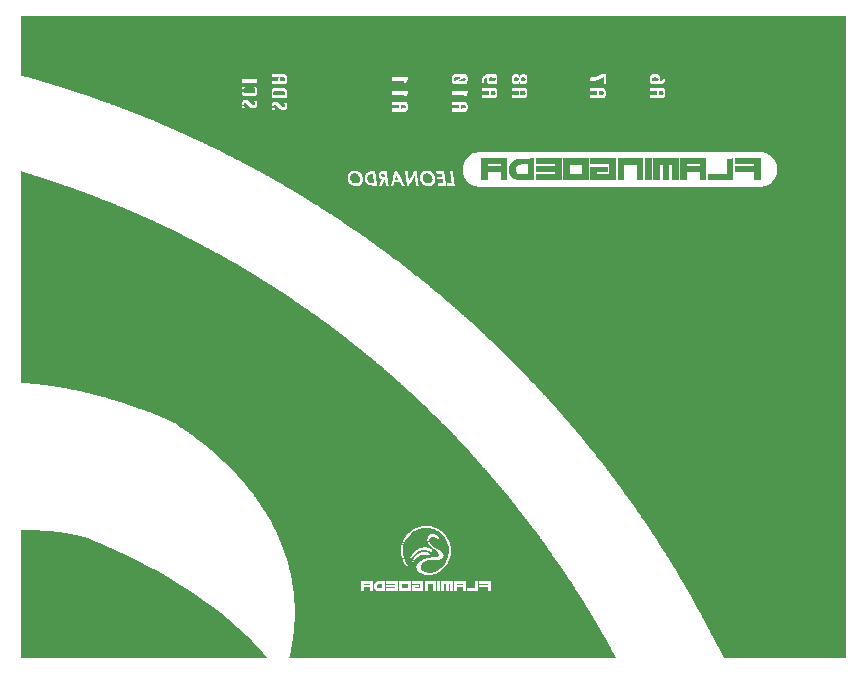
<source format=gbo>
G04 (created by PCBNEW-RS274X (2012-01-19 BZR 3256)-stable) date 2013/3/11 15:33:10*
G01*
G70*
G90*
%MOIN*%
G04 Gerber Fmt 3.4, Leading zero omitted, Abs format*
%FSLAX34Y34*%
G04 APERTURE LIST*
%ADD10C,0.000100*%
G04 APERTURE END LIST*
G54D10*
G36*
X36224Y-52608D02*
X32112Y-52608D01*
X28001Y-52608D01*
X28001Y-50478D01*
X28001Y-50326D01*
X28001Y-50176D01*
X28001Y-50030D01*
X28001Y-49887D01*
X28001Y-49749D01*
X28001Y-49614D01*
X28001Y-49485D01*
X28001Y-49360D01*
X28001Y-49241D01*
X28002Y-49128D01*
X28002Y-49021D01*
X28002Y-48920D01*
X28002Y-48827D01*
X28003Y-48740D01*
X28003Y-48662D01*
X28003Y-48591D01*
X28003Y-48529D01*
X28004Y-48476D01*
X28004Y-48432D01*
X28004Y-48398D01*
X28005Y-48373D01*
X28005Y-48359D01*
X28005Y-48355D01*
X28009Y-48358D01*
X28019Y-48359D01*
X28036Y-48360D01*
X28060Y-48360D01*
X28094Y-48359D01*
X28108Y-48359D01*
X28182Y-48357D01*
X28258Y-48355D01*
X28335Y-48355D01*
X28408Y-48355D01*
X28478Y-48355D01*
X28540Y-48356D01*
X28570Y-48357D01*
X28635Y-48360D01*
X28690Y-48362D01*
X28735Y-48364D01*
X28772Y-48365D01*
X28801Y-48367D01*
X28822Y-48368D01*
X28838Y-48369D01*
X28848Y-48369D01*
X28853Y-48370D01*
X28853Y-48370D01*
X28862Y-48372D01*
X28879Y-48373D01*
X28901Y-48375D01*
X28913Y-48375D01*
X28949Y-48378D01*
X28993Y-48382D01*
X29042Y-48386D01*
X29096Y-48392D01*
X29152Y-48398D01*
X29209Y-48404D01*
X29265Y-48411D01*
X29318Y-48417D01*
X29367Y-48424D01*
X29409Y-48430D01*
X29444Y-48435D01*
X29463Y-48439D01*
X29482Y-48442D01*
X29506Y-48446D01*
X29529Y-48450D01*
X29565Y-48456D01*
X29609Y-48464D01*
X29659Y-48473D01*
X29713Y-48484D01*
X29771Y-48496D01*
X29829Y-48508D01*
X29887Y-48521D01*
X29943Y-48534D01*
X29995Y-48546D01*
X30042Y-48557D01*
X30081Y-48567D01*
X30112Y-48576D01*
X30115Y-48577D01*
X30126Y-48580D01*
X30146Y-48586D01*
X30171Y-48594D01*
X30199Y-48602D01*
X30205Y-48604D01*
X30236Y-48614D01*
X30267Y-48625D01*
X30294Y-48635D01*
X30314Y-48643D01*
X30315Y-48644D01*
X30340Y-48654D01*
X30366Y-48665D01*
X30385Y-48673D01*
X30398Y-48678D01*
X30420Y-48687D01*
X30450Y-48700D01*
X30486Y-48715D01*
X30527Y-48732D01*
X30571Y-48752D01*
X30619Y-48772D01*
X30667Y-48793D01*
X30716Y-48814D01*
X30764Y-48835D01*
X30809Y-48854D01*
X30850Y-48872D01*
X30887Y-48888D01*
X30917Y-48902D01*
X30940Y-48912D01*
X30943Y-48914D01*
X30961Y-48922D01*
X30986Y-48933D01*
X31012Y-48945D01*
X31028Y-48952D01*
X31144Y-49005D01*
X31266Y-49062D01*
X31393Y-49122D01*
X31523Y-49184D01*
X31654Y-49248D01*
X31784Y-49312D01*
X31910Y-49375D01*
X32032Y-49437D01*
X32147Y-49497D01*
X32227Y-49539D01*
X32569Y-49725D01*
X32900Y-49914D01*
X33221Y-50106D01*
X33531Y-50300D01*
X33831Y-50498D01*
X34120Y-50699D01*
X34400Y-50903D01*
X34669Y-51110D01*
X34929Y-51320D01*
X35178Y-51534D01*
X35260Y-51607D01*
X35349Y-51687D01*
X35442Y-51774D01*
X35536Y-51865D01*
X35631Y-51959D01*
X35725Y-52053D01*
X35816Y-52147D01*
X35903Y-52238D01*
X35983Y-52325D01*
X36020Y-52366D01*
X36040Y-52389D01*
X36063Y-52415D01*
X36088Y-52444D01*
X36114Y-52474D01*
X36139Y-52503D01*
X36162Y-52531D01*
X36183Y-52555D01*
X36199Y-52575D01*
X36210Y-52589D01*
X36213Y-52593D01*
X36224Y-52608D01*
X36224Y-52608D01*
X36224Y-52608D01*
G37*
G36*
X47860Y-52606D02*
X47855Y-52606D01*
X47838Y-52606D01*
X47812Y-52606D01*
X47774Y-52606D01*
X47727Y-52606D01*
X47670Y-52606D01*
X47604Y-52607D01*
X47528Y-52607D01*
X47443Y-52607D01*
X47349Y-52607D01*
X47246Y-52607D01*
X47135Y-52607D01*
X47016Y-52607D01*
X46889Y-52607D01*
X46754Y-52607D01*
X46612Y-52607D01*
X46462Y-52607D01*
X46305Y-52607D01*
X46142Y-52608D01*
X45972Y-52608D01*
X45795Y-52608D01*
X45613Y-52608D01*
X45425Y-52608D01*
X45231Y-52608D01*
X45032Y-52608D01*
X44827Y-52608D01*
X44618Y-52608D01*
X44404Y-52608D01*
X44185Y-52608D01*
X43962Y-52608D01*
X43736Y-52608D01*
X43675Y-52608D01*
X43675Y-50375D01*
X43675Y-50213D01*
X43675Y-50051D01*
X43482Y-50051D01*
X43289Y-50051D01*
X43289Y-50095D01*
X43289Y-50139D01*
X43433Y-50139D01*
X43576Y-50139D01*
X43576Y-50152D01*
X43576Y-50166D01*
X43433Y-50166D01*
X43289Y-50166D01*
X43289Y-50210D01*
X43289Y-50254D01*
X43433Y-50254D01*
X43576Y-50254D01*
X43576Y-50315D01*
X43576Y-50375D01*
X43625Y-50375D01*
X43675Y-50375D01*
X43675Y-52608D01*
X43505Y-52608D01*
X43271Y-52608D01*
X43251Y-52608D01*
X43251Y-50375D01*
X43251Y-50213D01*
X43251Y-50051D01*
X43202Y-50051D01*
X43152Y-50051D01*
X43152Y-50169D01*
X43152Y-50287D01*
X43009Y-50287D01*
X42866Y-50287D01*
X42866Y-50331D01*
X42866Y-50375D01*
X43058Y-50375D01*
X43251Y-50375D01*
X43251Y-52608D01*
X43034Y-52608D01*
X42833Y-52608D01*
X42833Y-50375D01*
X42833Y-50213D01*
X42833Y-50051D01*
X42641Y-50051D01*
X42448Y-50051D01*
X42448Y-50213D01*
X42448Y-50375D01*
X42497Y-50375D01*
X42547Y-50375D01*
X42547Y-50315D01*
X42547Y-50254D01*
X42641Y-50254D01*
X42734Y-50254D01*
X42734Y-50315D01*
X42734Y-50375D01*
X42784Y-50375D01*
X42833Y-50375D01*
X42833Y-52608D01*
X42794Y-52608D01*
X42551Y-52608D01*
X42410Y-52608D01*
X42410Y-50375D01*
X42410Y-50213D01*
X42410Y-50051D01*
X42346Y-50051D01*
X42346Y-48995D01*
X42336Y-48902D01*
X42316Y-48808D01*
X42304Y-48769D01*
X42270Y-48682D01*
X42226Y-48600D01*
X42172Y-48522D01*
X42109Y-48450D01*
X42083Y-48424D01*
X42010Y-48363D01*
X41931Y-48311D01*
X41847Y-48268D01*
X41758Y-48235D01*
X41665Y-48211D01*
X41660Y-48210D01*
X41620Y-48205D01*
X41573Y-48201D01*
X41522Y-48200D01*
X41470Y-48200D01*
X41421Y-48203D01*
X41379Y-48208D01*
X41366Y-48210D01*
X41276Y-48232D01*
X41189Y-48264D01*
X41104Y-48305D01*
X41046Y-48341D01*
X41011Y-48367D01*
X40972Y-48399D01*
X40932Y-48437D01*
X40894Y-48476D01*
X40859Y-48516D01*
X40830Y-48552D01*
X40822Y-48565D01*
X40774Y-48647D01*
X40734Y-48735D01*
X40705Y-48826D01*
X40692Y-48885D01*
X40685Y-48930D01*
X40682Y-48983D01*
X40682Y-49040D01*
X40685Y-49097D01*
X40690Y-49150D01*
X40694Y-49173D01*
X40709Y-49244D01*
X40730Y-49310D01*
X40755Y-49372D01*
X40788Y-49431D01*
X40826Y-49488D01*
X40873Y-49543D01*
X40928Y-49599D01*
X40992Y-49655D01*
X41066Y-49713D01*
X41079Y-49723D01*
X41108Y-49744D01*
X41128Y-49759D01*
X41140Y-49768D01*
X41145Y-49771D01*
X41143Y-49768D01*
X41135Y-49761D01*
X41123Y-49751D01*
X41096Y-49726D01*
X41065Y-49696D01*
X41033Y-49663D01*
X41000Y-49629D01*
X40969Y-49596D01*
X40941Y-49564D01*
X40918Y-49537D01*
X40902Y-49517D01*
X40851Y-49436D01*
X40809Y-49351D01*
X40778Y-49263D01*
X40765Y-49210D01*
X40759Y-49177D01*
X40755Y-49136D01*
X40753Y-49090D01*
X40752Y-49042D01*
X40752Y-48994D01*
X40754Y-48949D01*
X40758Y-48910D01*
X40762Y-48885D01*
X40788Y-48793D01*
X40824Y-48705D01*
X40870Y-48621D01*
X40885Y-48597D01*
X40906Y-48569D01*
X40933Y-48537D01*
X40965Y-48503D01*
X40997Y-48470D01*
X41029Y-48441D01*
X41054Y-48420D01*
X41127Y-48371D01*
X41205Y-48331D01*
X41288Y-48301D01*
X41373Y-48280D01*
X41460Y-48269D01*
X41549Y-48268D01*
X41638Y-48277D01*
X41725Y-48296D01*
X41754Y-48305D01*
X41798Y-48321D01*
X41845Y-48343D01*
X41892Y-48368D01*
X41936Y-48394D01*
X41964Y-48414D01*
X42000Y-48443D01*
X42038Y-48479D01*
X42076Y-48517D01*
X42110Y-48556D01*
X42137Y-48592D01*
X42138Y-48594D01*
X42185Y-48671D01*
X42223Y-48753D01*
X42250Y-48838D01*
X42268Y-48925D01*
X42276Y-49013D01*
X42273Y-49101D01*
X42260Y-49188D01*
X42247Y-49239D01*
X42218Y-49323D01*
X42180Y-49400D01*
X42132Y-49473D01*
X42075Y-49543D01*
X42047Y-49572D01*
X42001Y-49616D01*
X41957Y-49653D01*
X41912Y-49683D01*
X41864Y-49710D01*
X41845Y-49719D01*
X41799Y-49739D01*
X41756Y-49753D01*
X41715Y-49762D01*
X41668Y-49766D01*
X41640Y-49766D01*
X41576Y-49763D01*
X41517Y-49754D01*
X41466Y-49738D01*
X41421Y-49716D01*
X41386Y-49688D01*
X41358Y-49654D01*
X41344Y-49624D01*
X41335Y-49586D01*
X41337Y-49548D01*
X41347Y-49510D01*
X41367Y-49474D01*
X41395Y-49441D01*
X41431Y-49411D01*
X41472Y-49385D01*
X41521Y-49364D01*
X41546Y-49356D01*
X41559Y-49353D01*
X41573Y-49350D01*
X41589Y-49348D01*
X41608Y-49347D01*
X41633Y-49345D01*
X41663Y-49344D01*
X41702Y-49343D01*
X41749Y-49342D01*
X41763Y-49341D01*
X41812Y-49340D01*
X41851Y-49339D01*
X41882Y-49338D01*
X41906Y-49337D01*
X41925Y-49336D01*
X41940Y-49334D01*
X41952Y-49332D01*
X41963Y-49329D01*
X41973Y-49325D01*
X41979Y-49324D01*
X42023Y-49304D01*
X42057Y-49279D01*
X42082Y-49251D01*
X42096Y-49218D01*
X42097Y-49218D01*
X42100Y-49185D01*
X42094Y-49152D01*
X42077Y-49118D01*
X42049Y-49084D01*
X42011Y-49049D01*
X41962Y-49013D01*
X41903Y-48977D01*
X41895Y-48972D01*
X41822Y-48928D01*
X41761Y-48886D01*
X41711Y-48845D01*
X41671Y-48804D01*
X41642Y-48765D01*
X41624Y-48726D01*
X41617Y-48689D01*
X41619Y-48658D01*
X41627Y-48635D01*
X41640Y-48616D01*
X41648Y-48607D01*
X41673Y-48588D01*
X41702Y-48576D01*
X41737Y-48571D01*
X41746Y-48571D01*
X41774Y-48575D01*
X41807Y-48587D01*
X41841Y-48604D01*
X41874Y-48626D01*
X41899Y-48648D01*
X41916Y-48664D01*
X41927Y-48671D01*
X41933Y-48669D01*
X41936Y-48658D01*
X41936Y-48636D01*
X41936Y-48632D01*
X41931Y-48593D01*
X41916Y-48557D01*
X41893Y-48526D01*
X41862Y-48500D01*
X41824Y-48480D01*
X41781Y-48467D01*
X41733Y-48461D01*
X41723Y-48461D01*
X41698Y-48462D01*
X41680Y-48464D01*
X41664Y-48470D01*
X41651Y-48476D01*
X41620Y-48498D01*
X41595Y-48528D01*
X41575Y-48564D01*
X41563Y-48604D01*
X41557Y-48646D01*
X41559Y-48687D01*
X41569Y-48727D01*
X41570Y-48728D01*
X41593Y-48773D01*
X41626Y-48821D01*
X41669Y-48870D01*
X41721Y-48922D01*
X41781Y-48974D01*
X41783Y-48975D01*
X41832Y-49017D01*
X41871Y-49055D01*
X41901Y-49089D01*
X41922Y-49121D01*
X41933Y-49149D01*
X41936Y-49172D01*
X41935Y-49189D01*
X41927Y-49202D01*
X41918Y-49211D01*
X41902Y-49224D01*
X41883Y-49233D01*
X41860Y-49241D01*
X41830Y-49246D01*
X41791Y-49251D01*
X41752Y-49253D01*
X41722Y-49256D01*
X41722Y-49020D01*
X41715Y-49001D01*
X41704Y-48988D01*
X41685Y-48975D01*
X41659Y-48960D01*
X41628Y-48946D01*
X41595Y-48934D01*
X41591Y-48933D01*
X41571Y-48928D01*
X41553Y-48924D01*
X41532Y-48922D01*
X41507Y-48921D01*
X41475Y-48920D01*
X41434Y-48921D01*
X41399Y-48924D01*
X41368Y-48930D01*
X41336Y-48939D01*
X41300Y-48953D01*
X41290Y-48957D01*
X41255Y-48974D01*
X41215Y-48997D01*
X41175Y-49023D01*
X41140Y-49051D01*
X41123Y-49065D01*
X41076Y-49115D01*
X41034Y-49174D01*
X40996Y-49241D01*
X40964Y-49316D01*
X40939Y-49394D01*
X40933Y-49416D01*
X40928Y-49433D01*
X40926Y-49444D01*
X40926Y-49445D01*
X40928Y-49442D01*
X40935Y-49431D01*
X40944Y-49413D01*
X40956Y-49391D01*
X40957Y-49388D01*
X40973Y-49360D01*
X40989Y-49331D01*
X41004Y-49305D01*
X41014Y-49289D01*
X41054Y-49233D01*
X41098Y-49181D01*
X41145Y-49135D01*
X41193Y-49096D01*
X41223Y-49077D01*
X41261Y-49057D01*
X41307Y-49039D01*
X41354Y-49025D01*
X41399Y-49016D01*
X41441Y-49014D01*
X41487Y-49017D01*
X41538Y-49026D01*
X41595Y-49041D01*
X41606Y-49044D01*
X41642Y-49055D01*
X41668Y-49061D01*
X41685Y-49064D01*
X41690Y-49063D01*
X41710Y-49054D01*
X41721Y-49039D01*
X41722Y-49020D01*
X41722Y-49256D01*
X41682Y-49259D01*
X41632Y-49264D01*
X41632Y-49141D01*
X41624Y-49125D01*
X41617Y-49117D01*
X41597Y-49103D01*
X41569Y-49092D01*
X41534Y-49084D01*
X41495Y-49079D01*
X41454Y-49077D01*
X41413Y-49080D01*
X41374Y-49086D01*
X41371Y-49087D01*
X41307Y-49109D01*
X41246Y-49140D01*
X41191Y-49180D01*
X41141Y-49227D01*
X41099Y-49282D01*
X41072Y-49328D01*
X41056Y-49367D01*
X41042Y-49412D01*
X41032Y-49459D01*
X41027Y-49503D01*
X41024Y-49553D01*
X41040Y-49514D01*
X41050Y-49490D01*
X41063Y-49462D01*
X41077Y-49435D01*
X41081Y-49427D01*
X41104Y-49386D01*
X41124Y-49353D01*
X41145Y-49324D01*
X41169Y-49296D01*
X41192Y-49272D01*
X41235Y-49235D01*
X41283Y-49205D01*
X41332Y-49183D01*
X41382Y-49169D01*
X41431Y-49164D01*
X41478Y-49169D01*
X41495Y-49174D01*
X41515Y-49178D01*
X41540Y-49183D01*
X41562Y-49185D01*
X41582Y-49187D01*
X41596Y-49186D01*
X41605Y-49183D01*
X41613Y-49177D01*
X41618Y-49171D01*
X41630Y-49156D01*
X41632Y-49141D01*
X41632Y-49264D01*
X41620Y-49265D01*
X41566Y-49274D01*
X41517Y-49284D01*
X41472Y-49298D01*
X41430Y-49315D01*
X41389Y-49336D01*
X41347Y-49362D01*
X41338Y-49367D01*
X41289Y-49403D01*
X41250Y-49441D01*
X41220Y-49480D01*
X41201Y-49521D01*
X41195Y-49544D01*
X41193Y-49583D01*
X41201Y-49623D01*
X41218Y-49663D01*
X41243Y-49701D01*
X41275Y-49736D01*
X41313Y-49767D01*
X41357Y-49794D01*
X41405Y-49814D01*
X41431Y-49822D01*
X41461Y-49829D01*
X41488Y-49834D01*
X41517Y-49837D01*
X41549Y-49839D01*
X41586Y-49839D01*
X41621Y-49839D01*
X41659Y-49838D01*
X41689Y-49836D01*
X41713Y-49834D01*
X41735Y-49831D01*
X41756Y-49826D01*
X41768Y-49823D01*
X41830Y-49802D01*
X41894Y-49773D01*
X41958Y-49736D01*
X42020Y-49693D01*
X42062Y-49658D01*
X42131Y-49590D01*
X42190Y-49516D01*
X42241Y-49438D01*
X42281Y-49355D01*
X42312Y-49268D01*
X42334Y-49179D01*
X42345Y-49088D01*
X42346Y-48995D01*
X42346Y-50051D01*
X42217Y-50051D01*
X42025Y-50051D01*
X42025Y-50213D01*
X42025Y-50375D01*
X42074Y-50375D01*
X42124Y-50375D01*
X42124Y-50257D01*
X42124Y-50139D01*
X42146Y-50139D01*
X42167Y-50139D01*
X42167Y-50257D01*
X42167Y-50375D01*
X42217Y-50375D01*
X42266Y-50375D01*
X42266Y-50257D01*
X42266Y-50139D01*
X42289Y-50139D01*
X42311Y-50139D01*
X42311Y-50257D01*
X42311Y-50375D01*
X42360Y-50375D01*
X42410Y-50375D01*
X42410Y-52608D01*
X42115Y-52608D01*
X41986Y-52608D01*
X41986Y-50375D01*
X41986Y-50213D01*
X41986Y-50051D01*
X41936Y-50051D01*
X41887Y-50051D01*
X41887Y-50213D01*
X41887Y-50375D01*
X41936Y-50375D01*
X41986Y-50375D01*
X41986Y-52608D01*
X41849Y-52608D01*
X41849Y-50375D01*
X41849Y-50213D01*
X41849Y-50051D01*
X41657Y-50051D01*
X41465Y-50051D01*
X41465Y-50213D01*
X41465Y-50375D01*
X41514Y-50375D01*
X41564Y-50375D01*
X41564Y-50257D01*
X41564Y-50139D01*
X41657Y-50139D01*
X41750Y-50139D01*
X41750Y-50257D01*
X41750Y-50375D01*
X41799Y-50375D01*
X41849Y-50375D01*
X41849Y-52608D01*
X41831Y-52608D01*
X41558Y-52608D01*
X41426Y-52608D01*
X41426Y-50375D01*
X41426Y-50213D01*
X41426Y-50051D01*
X41234Y-50051D01*
X41041Y-50051D01*
X41041Y-50095D01*
X41041Y-50139D01*
X41184Y-50139D01*
X41327Y-50139D01*
X41327Y-50213D01*
X41327Y-50287D01*
X41234Y-50287D01*
X41140Y-50287D01*
X41140Y-50271D01*
X41140Y-50254D01*
X41217Y-50254D01*
X41294Y-50254D01*
X41294Y-50213D01*
X41294Y-50172D01*
X41168Y-50172D01*
X41041Y-50172D01*
X41041Y-50273D01*
X41041Y-50375D01*
X41234Y-50375D01*
X41426Y-50375D01*
X41426Y-52608D01*
X41295Y-52608D01*
X41042Y-52608D01*
X41003Y-52608D01*
X41003Y-50375D01*
X41003Y-50213D01*
X41003Y-50051D01*
X40810Y-50051D01*
X40617Y-50051D01*
X40617Y-50213D01*
X40617Y-50375D01*
X40810Y-50375D01*
X41003Y-50375D01*
X41003Y-52608D01*
X40800Y-52608D01*
X40579Y-52608D01*
X40579Y-50375D01*
X40579Y-50213D01*
X40579Y-50051D01*
X40386Y-50051D01*
X40194Y-50051D01*
X40194Y-50095D01*
X40194Y-50139D01*
X40337Y-50139D01*
X40480Y-50139D01*
X40480Y-50152D01*
X40480Y-50166D01*
X40337Y-50166D01*
X40194Y-50166D01*
X40194Y-50210D01*
X40194Y-50254D01*
X40337Y-50254D01*
X40480Y-50254D01*
X40480Y-50271D01*
X40480Y-50287D01*
X40337Y-50287D01*
X40194Y-50287D01*
X40194Y-50331D01*
X40194Y-50375D01*
X40386Y-50375D01*
X40579Y-50375D01*
X40579Y-52608D01*
X40567Y-52608D01*
X40343Y-52608D01*
X40155Y-52608D01*
X40155Y-50375D01*
X40155Y-50213D01*
X40155Y-50051D01*
X40024Y-50051D01*
X39893Y-50051D01*
X39860Y-50067D01*
X39830Y-50085D01*
X39807Y-50107D01*
X39788Y-50136D01*
X39785Y-50141D01*
X39779Y-50155D01*
X39775Y-50171D01*
X39774Y-50193D01*
X39773Y-50210D01*
X39774Y-50235D01*
X39776Y-50253D01*
X39780Y-50268D01*
X39788Y-50284D01*
X39812Y-50319D01*
X39843Y-50347D01*
X39849Y-50350D01*
X39862Y-50358D01*
X39876Y-50364D01*
X39892Y-50368D01*
X39913Y-50371D01*
X39939Y-50373D01*
X39973Y-50374D01*
X40015Y-50375D01*
X40033Y-50375D01*
X40155Y-50375D01*
X40155Y-52608D01*
X40129Y-52608D01*
X39924Y-52608D01*
X39732Y-52608D01*
X39732Y-50375D01*
X39732Y-50213D01*
X39732Y-50051D01*
X39539Y-50051D01*
X39347Y-50051D01*
X39347Y-50213D01*
X39347Y-50375D01*
X39396Y-50375D01*
X39446Y-50375D01*
X39446Y-50315D01*
X39446Y-50254D01*
X39539Y-50254D01*
X39633Y-50254D01*
X39633Y-50315D01*
X39633Y-50375D01*
X39683Y-50375D01*
X39732Y-50375D01*
X39732Y-52608D01*
X39728Y-52608D01*
X39541Y-52608D01*
X39363Y-52608D01*
X39193Y-52608D01*
X39031Y-52608D01*
X38877Y-52608D01*
X38731Y-52608D01*
X38592Y-52608D01*
X38461Y-52608D01*
X38337Y-52607D01*
X38220Y-52607D01*
X38110Y-52607D01*
X38006Y-52607D01*
X37909Y-52607D01*
X37818Y-52607D01*
X37733Y-52607D01*
X37654Y-52607D01*
X37580Y-52606D01*
X37511Y-52606D01*
X37448Y-52606D01*
X37390Y-52606D01*
X37336Y-52606D01*
X37288Y-52605D01*
X37243Y-52605D01*
X37203Y-52605D01*
X37166Y-52605D01*
X37134Y-52604D01*
X37105Y-52604D01*
X37079Y-52604D01*
X37057Y-52603D01*
X37037Y-52603D01*
X37020Y-52603D01*
X37006Y-52602D01*
X36994Y-52602D01*
X36984Y-52602D01*
X36977Y-52601D01*
X36971Y-52601D01*
X36966Y-52600D01*
X36963Y-52600D01*
X36961Y-52599D01*
X36960Y-52599D01*
X36960Y-52598D01*
X36962Y-52588D01*
X36965Y-52571D01*
X36968Y-52556D01*
X36979Y-52512D01*
X36990Y-52459D01*
X37002Y-52399D01*
X37015Y-52334D01*
X37028Y-52267D01*
X37040Y-52199D01*
X37051Y-52132D01*
X37062Y-52069D01*
X37071Y-52011D01*
X37078Y-51961D01*
X37081Y-51934D01*
X37084Y-51911D01*
X37087Y-51888D01*
X37089Y-51872D01*
X37089Y-51871D01*
X37092Y-51849D01*
X37095Y-51818D01*
X37099Y-51782D01*
X37103Y-51742D01*
X37107Y-51701D01*
X37111Y-51661D01*
X37114Y-51625D01*
X37114Y-51624D01*
X37117Y-51588D01*
X37120Y-51550D01*
X37123Y-51514D01*
X37126Y-51484D01*
X37126Y-51483D01*
X37128Y-51457D01*
X37129Y-51421D01*
X37131Y-51377D01*
X37132Y-51326D01*
X37133Y-51271D01*
X37134Y-51213D01*
X37134Y-51152D01*
X37135Y-51092D01*
X37135Y-51033D01*
X37134Y-50976D01*
X37134Y-50925D01*
X37133Y-50879D01*
X37132Y-50841D01*
X37131Y-50823D01*
X37127Y-50755D01*
X37124Y-50695D01*
X37121Y-50644D01*
X37118Y-50599D01*
X37115Y-50560D01*
X37112Y-50523D01*
X37109Y-50489D01*
X37105Y-50456D01*
X37101Y-50421D01*
X37097Y-50385D01*
X37095Y-50370D01*
X37091Y-50335D01*
X37085Y-50296D01*
X37080Y-50254D01*
X37074Y-50212D01*
X37068Y-50172D01*
X37062Y-50136D01*
X37058Y-50106D01*
X37054Y-50084D01*
X37054Y-50081D01*
X37050Y-50061D01*
X37045Y-50035D01*
X37040Y-50005D01*
X37037Y-49987D01*
X37021Y-49904D01*
X37002Y-49815D01*
X36982Y-49725D01*
X36961Y-49637D01*
X36951Y-49597D01*
X36946Y-49575D01*
X36940Y-49555D01*
X36938Y-49545D01*
X36920Y-49477D01*
X36898Y-49401D01*
X36873Y-49320D01*
X36847Y-49234D01*
X36818Y-49147D01*
X36789Y-49061D01*
X36780Y-49033D01*
X36721Y-48874D01*
X36655Y-48711D01*
X36582Y-48544D01*
X36503Y-48377D01*
X36420Y-48210D01*
X36333Y-48046D01*
X36242Y-47887D01*
X36208Y-47829D01*
X36170Y-47767D01*
X36131Y-47704D01*
X36093Y-47643D01*
X36056Y-47585D01*
X36021Y-47532D01*
X35991Y-47486D01*
X35978Y-47468D01*
X35945Y-47420D01*
X35917Y-47379D01*
X35892Y-47345D01*
X35871Y-47314D01*
X35851Y-47286D01*
X35832Y-47260D01*
X35813Y-47233D01*
X35792Y-47205D01*
X35773Y-47180D01*
X35596Y-46951D01*
X35408Y-46725D01*
X35211Y-46503D01*
X35004Y-46284D01*
X34787Y-46070D01*
X34562Y-45860D01*
X34444Y-45755D01*
X34345Y-45670D01*
X34242Y-45583D01*
X34136Y-45497D01*
X34028Y-45411D01*
X33923Y-45329D01*
X33820Y-45251D01*
X33722Y-45180D01*
X33685Y-45153D01*
X33656Y-45133D01*
X33627Y-45112D01*
X33601Y-45094D01*
X33581Y-45079D01*
X33572Y-45073D01*
X33550Y-45057D01*
X33521Y-45037D01*
X33486Y-45014D01*
X33447Y-44987D01*
X33404Y-44959D01*
X33360Y-44930D01*
X33317Y-44902D01*
X33276Y-44875D01*
X33238Y-44851D01*
X33206Y-44830D01*
X33201Y-44827D01*
X33147Y-44794D01*
X33100Y-44765D01*
X33060Y-44741D01*
X33024Y-44720D01*
X32990Y-44702D01*
X32957Y-44685D01*
X32923Y-44669D01*
X32887Y-44653D01*
X32847Y-44636D01*
X32801Y-44617D01*
X32753Y-44597D01*
X32692Y-44573D01*
X32629Y-44548D01*
X32564Y-44522D01*
X32498Y-44496D01*
X32434Y-44471D01*
X32371Y-44447D01*
X32313Y-44425D01*
X32260Y-44405D01*
X32214Y-44387D01*
X32176Y-44373D01*
X32164Y-44369D01*
X32135Y-44359D01*
X32101Y-44346D01*
X32065Y-44333D01*
X32035Y-44322D01*
X32001Y-44310D01*
X31961Y-44296D01*
X31921Y-44282D01*
X31886Y-44269D01*
X31862Y-44260D01*
X31829Y-44249D01*
X31788Y-44235D01*
X31741Y-44219D01*
X31690Y-44202D01*
X31635Y-44184D01*
X31579Y-44165D01*
X31522Y-44146D01*
X31466Y-44127D01*
X31413Y-44110D01*
X31364Y-44094D01*
X31319Y-44079D01*
X31282Y-44067D01*
X31252Y-44057D01*
X31237Y-44053D01*
X31184Y-44036D01*
X31125Y-44019D01*
X31062Y-44000D01*
X30997Y-43981D01*
X30932Y-43962D01*
X30869Y-43943D01*
X30809Y-43926D01*
X30755Y-43911D01*
X30710Y-43898D01*
X30695Y-43894D01*
X30667Y-43886D01*
X30633Y-43877D01*
X30599Y-43868D01*
X30583Y-43863D01*
X30520Y-43847D01*
X30448Y-43828D01*
X30369Y-43808D01*
X30285Y-43788D01*
X30198Y-43767D01*
X30109Y-43746D01*
X30020Y-43726D01*
X29934Y-43706D01*
X29851Y-43688D01*
X29775Y-43672D01*
X29722Y-43661D01*
X29666Y-43650D01*
X29615Y-43640D01*
X29568Y-43631D01*
X29522Y-43622D01*
X29476Y-43614D01*
X29428Y-43606D01*
X29376Y-43597D01*
X29320Y-43587D01*
X29257Y-43577D01*
X29185Y-43565D01*
X29158Y-43560D01*
X29131Y-43556D01*
X29094Y-43551D01*
X29050Y-43544D01*
X29001Y-43538D01*
X28948Y-43531D01*
X28895Y-43523D01*
X28841Y-43516D01*
X28789Y-43510D01*
X28742Y-43504D01*
X28701Y-43499D01*
X28687Y-43498D01*
X28609Y-43489D01*
X28526Y-43481D01*
X28441Y-43473D01*
X28357Y-43466D01*
X28275Y-43459D01*
X28198Y-43454D01*
X28128Y-43450D01*
X28086Y-43448D01*
X28059Y-43446D01*
X28037Y-43445D01*
X28021Y-43443D01*
X28013Y-43442D01*
X28007Y-43445D01*
X28004Y-43452D01*
X28004Y-43447D01*
X28004Y-43432D01*
X28004Y-43406D01*
X28004Y-43370D01*
X28004Y-43324D01*
X28004Y-43269D01*
X28004Y-43204D01*
X28003Y-43130D01*
X28003Y-43048D01*
X28003Y-42957D01*
X28003Y-42858D01*
X28003Y-42751D01*
X28003Y-42637D01*
X28003Y-42516D01*
X28003Y-42387D01*
X28003Y-42252D01*
X28003Y-42110D01*
X28002Y-41963D01*
X28002Y-41810D01*
X28002Y-41651D01*
X28002Y-41487D01*
X28002Y-41318D01*
X28002Y-41144D01*
X28002Y-40966D01*
X28002Y-40784D01*
X28002Y-40598D01*
X28002Y-40408D01*
X28002Y-40216D01*
X28002Y-40020D01*
X28002Y-39915D01*
X28002Y-39718D01*
X28002Y-39524D01*
X28002Y-39332D01*
X28002Y-39145D01*
X28002Y-38960D01*
X28002Y-38780D01*
X28002Y-38604D01*
X28002Y-38432D01*
X28002Y-38265D01*
X28002Y-38104D01*
X28002Y-37947D01*
X28002Y-37796D01*
X28003Y-37652D01*
X28003Y-37513D01*
X28003Y-37381D01*
X28003Y-37256D01*
X28003Y-37138D01*
X28003Y-37027D01*
X28003Y-36924D01*
X28003Y-36829D01*
X28003Y-36742D01*
X28003Y-36663D01*
X28004Y-36594D01*
X28004Y-36534D01*
X28004Y-36483D01*
X28004Y-36441D01*
X28004Y-36410D01*
X28004Y-36389D01*
X28004Y-36378D01*
X28004Y-36377D01*
X28010Y-36387D01*
X28017Y-36389D01*
X28031Y-36391D01*
X28040Y-36394D01*
X28051Y-36398D01*
X28071Y-36405D01*
X28101Y-36414D01*
X28140Y-36426D01*
X28189Y-36440D01*
X28248Y-36458D01*
X28270Y-36465D01*
X28289Y-36470D01*
X28307Y-36476D01*
X28314Y-36478D01*
X28324Y-36481D01*
X28342Y-36487D01*
X28367Y-36494D01*
X28394Y-36503D01*
X28402Y-36505D01*
X28430Y-36514D01*
X28455Y-36521D01*
X28475Y-36528D01*
X28488Y-36532D01*
X28490Y-36533D01*
X28500Y-36536D01*
X28518Y-36541D01*
X28542Y-36549D01*
X28571Y-36558D01*
X28595Y-36566D01*
X28626Y-36575D01*
X28656Y-36585D01*
X28681Y-36593D01*
X28699Y-36599D01*
X28707Y-36601D01*
X28719Y-36605D01*
X28740Y-36612D01*
X28767Y-36620D01*
X28798Y-36631D01*
X28832Y-36641D01*
X28836Y-36643D01*
X28872Y-36654D01*
X28906Y-36665D01*
X28937Y-36675D01*
X28962Y-36684D01*
X28979Y-36690D01*
X28980Y-36690D01*
X28998Y-36697D01*
X29013Y-36701D01*
X29021Y-36703D01*
X29028Y-36705D01*
X29043Y-36709D01*
X29062Y-36716D01*
X29062Y-36716D01*
X29079Y-36722D01*
X29104Y-36731D01*
X29135Y-36741D01*
X29168Y-36752D01*
X29191Y-36760D01*
X29229Y-36772D01*
X29273Y-36787D01*
X29319Y-36803D01*
X29363Y-36818D01*
X29389Y-36827D01*
X29425Y-36839D01*
X29461Y-36852D01*
X29495Y-36863D01*
X29524Y-36873D01*
X29543Y-36880D01*
X29571Y-36889D01*
X29600Y-36899D01*
X29626Y-36908D01*
X29631Y-36910D01*
X29652Y-36917D01*
X29674Y-36926D01*
X29699Y-36935D01*
X29729Y-36945D01*
X29765Y-36958D01*
X29809Y-36974D01*
X29861Y-36992D01*
X29882Y-37000D01*
X29900Y-37006D01*
X29911Y-37011D01*
X29912Y-37011D01*
X29921Y-37015D01*
X29938Y-37021D01*
X29961Y-37029D01*
X29987Y-37038D01*
X29989Y-37039D01*
X30016Y-37048D01*
X30040Y-37057D01*
X30059Y-37064D01*
X30071Y-37069D01*
X30071Y-37069D01*
X30086Y-37075D01*
X30106Y-37082D01*
X30115Y-37085D01*
X30137Y-37093D01*
X30160Y-37102D01*
X30167Y-37104D01*
X30185Y-37111D01*
X30209Y-37120D01*
X30233Y-37129D01*
X30233Y-37129D01*
X30256Y-37137D01*
X30276Y-37145D01*
X30290Y-37151D01*
X30291Y-37151D01*
X30307Y-37157D01*
X30326Y-37165D01*
X30335Y-37167D01*
X30357Y-37175D01*
X30380Y-37184D01*
X30387Y-37187D01*
X30403Y-37193D01*
X30426Y-37202D01*
X30452Y-37212D01*
X30467Y-37217D01*
X30492Y-37227D01*
X30514Y-37235D01*
X30532Y-37242D01*
X30539Y-37245D01*
X30552Y-37250D01*
X30572Y-37258D01*
X30591Y-37265D01*
X30614Y-37274D01*
X30644Y-37286D01*
X30678Y-37299D01*
X30714Y-37313D01*
X30752Y-37328D01*
X30790Y-37343D01*
X30826Y-37357D01*
X30858Y-37370D01*
X30886Y-37381D01*
X30907Y-37389D01*
X30921Y-37395D01*
X30924Y-37396D01*
X30932Y-37399D01*
X30949Y-37406D01*
X30972Y-37416D01*
X31000Y-37427D01*
X31023Y-37436D01*
X31046Y-37446D01*
X31078Y-37459D01*
X31115Y-37474D01*
X31157Y-37491D01*
X31204Y-37511D01*
X31253Y-37531D01*
X31304Y-37552D01*
X31355Y-37573D01*
X31406Y-37594D01*
X31455Y-37614D01*
X31501Y-37633D01*
X31542Y-37650D01*
X31579Y-37666D01*
X31609Y-37678D01*
X31631Y-37688D01*
X31645Y-37693D01*
X31647Y-37694D01*
X31676Y-37707D01*
X31700Y-37717D01*
X31724Y-37728D01*
X31732Y-37732D01*
X31752Y-37740D01*
X31772Y-37749D01*
X31779Y-37752D01*
X31795Y-37759D01*
X31808Y-37764D01*
X31809Y-37765D01*
X31819Y-37769D01*
X31836Y-37777D01*
X31856Y-37786D01*
X31858Y-37786D01*
X31876Y-37794D01*
X31890Y-37800D01*
X31897Y-37803D01*
X31898Y-37803D01*
X31903Y-37805D01*
X31917Y-37811D01*
X31936Y-37819D01*
X31956Y-37828D01*
X31981Y-37840D01*
X32005Y-37850D01*
X32023Y-37858D01*
X32032Y-37862D01*
X32049Y-37869D01*
X32069Y-37878D01*
X32079Y-37883D01*
X32093Y-37889D01*
X32107Y-37896D01*
X32124Y-37903D01*
X32145Y-37913D01*
X32173Y-37925D01*
X32183Y-37930D01*
X32206Y-37940D01*
X32230Y-37951D01*
X32238Y-37955D01*
X32253Y-37961D01*
X32275Y-37971D01*
X32302Y-37983D01*
X32332Y-37997D01*
X32351Y-38006D01*
X32396Y-38026D01*
X32434Y-38043D01*
X32467Y-38058D01*
X32497Y-38072D01*
X32526Y-38086D01*
X32557Y-38100D01*
X32581Y-38112D01*
X32606Y-38123D01*
X32627Y-38133D01*
X32642Y-38140D01*
X32650Y-38144D01*
X32651Y-38144D01*
X32656Y-38146D01*
X32670Y-38152D01*
X32692Y-38163D01*
X32723Y-38177D01*
X32764Y-38197D01*
X32814Y-38221D01*
X32838Y-38232D01*
X32870Y-38248D01*
X32905Y-38264D01*
X32939Y-38280D01*
X32961Y-38291D01*
X33015Y-38317D01*
X33077Y-38347D01*
X33146Y-38380D01*
X33218Y-38416D01*
X33294Y-38453D01*
X33371Y-38491D01*
X33447Y-38529D01*
X33520Y-38566D01*
X33590Y-38601D01*
X33653Y-38634D01*
X33696Y-38655D01*
X33734Y-38675D01*
X33778Y-38698D01*
X33821Y-38720D01*
X33862Y-38741D01*
X33885Y-38753D01*
X33917Y-38769D01*
X33948Y-38785D01*
X33975Y-38800D01*
X33997Y-38811D01*
X34009Y-38818D01*
X34028Y-38828D01*
X34053Y-38841D01*
X34080Y-38856D01*
X34100Y-38866D01*
X34128Y-38881D01*
X34156Y-38896D01*
X34182Y-38909D01*
X34196Y-38917D01*
X34221Y-38930D01*
X34250Y-38945D01*
X34276Y-38959D01*
X34299Y-38972D01*
X34323Y-38985D01*
X34343Y-38995D01*
X34344Y-38996D01*
X34364Y-39007D01*
X34388Y-39020D01*
X34409Y-39032D01*
X34431Y-39043D01*
X34451Y-39054D01*
X34465Y-39062D01*
X34466Y-39062D01*
X34493Y-39078D01*
X34527Y-39097D01*
X34569Y-39119D01*
X34609Y-39141D01*
X34632Y-39154D01*
X34662Y-39170D01*
X34696Y-39189D01*
X34731Y-39209D01*
X34754Y-39222D01*
X34790Y-39242D01*
X34818Y-39258D01*
X34839Y-39270D01*
X34857Y-39280D01*
X34871Y-39288D01*
X34885Y-39296D01*
X34900Y-39304D01*
X34911Y-39310D01*
X34928Y-39320D01*
X34952Y-39333D01*
X34980Y-39349D01*
X35008Y-39365D01*
X35016Y-39369D01*
X35043Y-39385D01*
X35069Y-39400D01*
X35092Y-39413D01*
X35108Y-39423D01*
X35112Y-39425D01*
X35127Y-39433D01*
X35149Y-39445D01*
X35173Y-39460D01*
X35191Y-39470D01*
X35213Y-39483D01*
X35230Y-39493D01*
X35243Y-39500D01*
X35247Y-39503D01*
X35252Y-39505D01*
X35264Y-39512D01*
X35278Y-39521D01*
X35299Y-39534D01*
X35321Y-39547D01*
X35332Y-39553D01*
X35357Y-39567D01*
X35389Y-39586D01*
X35427Y-39608D01*
X35430Y-39610D01*
X35438Y-39615D01*
X35454Y-39624D01*
X35475Y-39637D01*
X35501Y-39652D01*
X35529Y-39669D01*
X35557Y-39686D01*
X35584Y-39702D01*
X35608Y-39716D01*
X35627Y-39728D01*
X35639Y-39735D01*
X35643Y-39737D01*
X35655Y-39745D01*
X35662Y-39748D01*
X35669Y-39752D01*
X35683Y-39760D01*
X35703Y-39772D01*
X35726Y-39787D01*
X35750Y-39802D01*
X35775Y-39817D01*
X35797Y-39830D01*
X35815Y-39841D01*
X35826Y-39848D01*
X35827Y-39849D01*
X35837Y-39855D01*
X35851Y-39864D01*
X35855Y-39866D01*
X35869Y-39874D01*
X35880Y-39881D01*
X35882Y-39882D01*
X35888Y-39886D01*
X35903Y-39895D01*
X35925Y-39909D01*
X35953Y-39927D01*
X35988Y-39948D01*
X36027Y-39973D01*
X36070Y-40000D01*
X36116Y-40028D01*
X36129Y-40037D01*
X36189Y-40074D01*
X36240Y-40106D01*
X36284Y-40133D01*
X36321Y-40156D01*
X36352Y-40176D01*
X36379Y-40193D01*
X36403Y-40208D01*
X36423Y-40221D01*
X36442Y-40233D01*
X36460Y-40244D01*
X36478Y-40256D01*
X36497Y-40269D01*
X36512Y-40278D01*
X36541Y-40297D01*
X36573Y-40318D01*
X36602Y-40337D01*
X36627Y-40353D01*
X36627Y-40353D01*
X36643Y-40363D01*
X36666Y-40378D01*
X36697Y-40399D01*
X36734Y-40423D01*
X36775Y-40450D01*
X36820Y-40481D01*
X36868Y-40513D01*
X36918Y-40546D01*
X36969Y-40579D01*
X37019Y-40613D01*
X37067Y-40645D01*
X37113Y-40676D01*
X37156Y-40705D01*
X37194Y-40730D01*
X37226Y-40752D01*
X37251Y-40769D01*
X37268Y-40780D01*
X37291Y-40796D01*
X37321Y-40817D01*
X37354Y-40840D01*
X37389Y-40864D01*
X37422Y-40886D01*
X37453Y-40908D01*
X37491Y-40934D01*
X37533Y-40964D01*
X37576Y-40994D01*
X37619Y-41024D01*
X37653Y-41048D01*
X37687Y-41073D01*
X37719Y-41096D01*
X37748Y-41116D01*
X37771Y-41132D01*
X37788Y-41145D01*
X37798Y-41152D01*
X37800Y-41153D01*
X37815Y-41163D01*
X37837Y-41179D01*
X37866Y-41200D01*
X37900Y-41224D01*
X37938Y-41252D01*
X37979Y-41281D01*
X38020Y-41311D01*
X38062Y-41341D01*
X38102Y-41371D01*
X38140Y-41399D01*
X38175Y-41424D01*
X38204Y-41445D01*
X38217Y-41455D01*
X38255Y-41484D01*
X38298Y-41515D01*
X38341Y-41547D01*
X38382Y-41578D01*
X38419Y-41605D01*
X38430Y-41614D01*
X38456Y-41633D01*
X38482Y-41653D01*
X38509Y-41673D01*
X38538Y-41695D01*
X38570Y-41719D01*
X38606Y-41747D01*
X38648Y-41778D01*
X38695Y-41815D01*
X38750Y-41857D01*
X38777Y-41877D01*
X38796Y-41892D01*
X38818Y-41908D01*
X38835Y-41922D01*
X38849Y-41933D01*
X38871Y-41949D01*
X38896Y-41970D01*
X38925Y-41992D01*
X38951Y-42012D01*
X38979Y-42034D01*
X39013Y-42062D01*
X39052Y-42092D01*
X39095Y-42126D01*
X39141Y-42162D01*
X39188Y-42200D01*
X39235Y-42238D01*
X39282Y-42275D01*
X39328Y-42312D01*
X39370Y-42346D01*
X39409Y-42377D01*
X39443Y-42405D01*
X39472Y-42428D01*
X39493Y-42445D01*
X39502Y-42452D01*
X39526Y-42473D01*
X39553Y-42495D01*
X39577Y-42514D01*
X39592Y-42527D01*
X39614Y-42544D01*
X39642Y-42568D01*
X39674Y-42594D01*
X39709Y-42623D01*
X39744Y-42652D01*
X39777Y-42680D01*
X39806Y-42705D01*
X39830Y-42725D01*
X39839Y-42733D01*
X39862Y-42752D01*
X39888Y-42774D01*
X39914Y-42796D01*
X39922Y-42802D01*
X39968Y-42841D01*
X40017Y-42882D01*
X40065Y-42924D01*
X40111Y-42963D01*
X40150Y-42997D01*
X40173Y-43017D01*
X40196Y-43037D01*
X40216Y-43054D01*
X40231Y-43067D01*
X40232Y-43067D01*
X40249Y-43082D01*
X40266Y-43096D01*
X40274Y-43103D01*
X40282Y-43111D01*
X40298Y-43124D01*
X40319Y-43143D01*
X40345Y-43165D01*
X40373Y-43191D01*
X40403Y-43217D01*
X40436Y-43245D01*
X40469Y-43274D01*
X40500Y-43302D01*
X40527Y-43326D01*
X40550Y-43346D01*
X40562Y-43357D01*
X40582Y-43375D01*
X40607Y-43397D01*
X40636Y-43423D01*
X40666Y-43450D01*
X40694Y-43476D01*
X40722Y-43501D01*
X40750Y-43525D01*
X40775Y-43548D01*
X40795Y-43566D01*
X40809Y-43579D01*
X40810Y-43580D01*
X40830Y-43599D01*
X40852Y-43618D01*
X40868Y-43633D01*
X40891Y-43653D01*
X40921Y-43681D01*
X40956Y-43713D01*
X40996Y-43750D01*
X41039Y-43790D01*
X41084Y-43832D01*
X41130Y-43874D01*
X41175Y-43917D01*
X41219Y-43958D01*
X41260Y-43996D01*
X41297Y-44031D01*
X41329Y-44061D01*
X41352Y-44083D01*
X41380Y-44110D01*
X41411Y-44140D01*
X41441Y-44168D01*
X41467Y-44194D01*
X41478Y-44204D01*
X41530Y-44253D01*
X41588Y-44310D01*
X41652Y-44372D01*
X41720Y-44439D01*
X41791Y-44510D01*
X41865Y-44584D01*
X41941Y-44659D01*
X42017Y-44736D01*
X42093Y-44812D01*
X42167Y-44887D01*
X42238Y-44959D01*
X42306Y-45029D01*
X42370Y-45094D01*
X42427Y-45154D01*
X42434Y-45161D01*
X42497Y-45227D01*
X42559Y-45292D01*
X42621Y-45357D01*
X42680Y-45420D01*
X42738Y-45480D01*
X42792Y-45538D01*
X42842Y-45592D01*
X42888Y-45642D01*
X42930Y-45686D01*
X42965Y-45725D01*
X42995Y-45757D01*
X43017Y-45782D01*
X43017Y-45782D01*
X43029Y-45796D01*
X43047Y-45816D01*
X43070Y-45841D01*
X43094Y-45868D01*
X43120Y-45896D01*
X43125Y-45901D01*
X43171Y-45953D01*
X43223Y-46010D01*
X43279Y-46072D01*
X43336Y-46136D01*
X43393Y-46200D01*
X43448Y-46263D01*
X43465Y-46282D01*
X43486Y-46307D01*
X43509Y-46332D01*
X43530Y-46356D01*
X43543Y-46371D01*
X43561Y-46391D01*
X43579Y-46412D01*
X43594Y-46430D01*
X43596Y-46432D01*
X43605Y-46443D01*
X43620Y-46461D01*
X43640Y-46484D01*
X43664Y-46512D01*
X43690Y-46542D01*
X43716Y-46572D01*
X43743Y-46604D01*
X43770Y-46636D01*
X43795Y-46664D01*
X43816Y-46689D01*
X43832Y-46708D01*
X43842Y-46720D01*
X43859Y-46740D01*
X43880Y-46764D01*
X43899Y-46787D01*
X43903Y-46791D01*
X43916Y-46808D01*
X43936Y-46831D01*
X43959Y-46859D01*
X43986Y-46891D01*
X44015Y-46926D01*
X44044Y-46961D01*
X44072Y-46995D01*
X44099Y-47026D01*
X44122Y-47053D01*
X44139Y-47075D01*
X44166Y-47107D01*
X44197Y-47145D01*
X44230Y-47186D01*
X44266Y-47230D01*
X44303Y-47276D01*
X44341Y-47322D01*
X44378Y-47367D01*
X44413Y-47411D01*
X44445Y-47451D01*
X44474Y-47487D01*
X44499Y-47518D01*
X44518Y-47542D01*
X44527Y-47554D01*
X44537Y-47566D01*
X44552Y-47586D01*
X44572Y-47611D01*
X44596Y-47641D01*
X44622Y-47674D01*
X44649Y-47709D01*
X44659Y-47721D01*
X44689Y-47760D01*
X44720Y-47799D01*
X44751Y-47839D01*
X44779Y-47875D01*
X44804Y-47907D01*
X44824Y-47933D01*
X44826Y-47935D01*
X44848Y-47964D01*
X44870Y-47993D01*
X44890Y-48019D01*
X44907Y-48041D01*
X44914Y-48051D01*
X44955Y-48104D01*
X44989Y-48149D01*
X45018Y-48187D01*
X45041Y-48218D01*
X45060Y-48242D01*
X45074Y-48261D01*
X45084Y-48274D01*
X45111Y-48310D01*
X45141Y-48350D01*
X45173Y-48393D01*
X45206Y-48438D01*
X45239Y-48482D01*
X45271Y-48525D01*
X45300Y-48565D01*
X45327Y-48601D01*
X45349Y-48631D01*
X45366Y-48654D01*
X45368Y-48657D01*
X45388Y-48684D01*
X45413Y-48719D01*
X45443Y-48760D01*
X45476Y-48805D01*
X45511Y-48855D01*
X45548Y-48907D01*
X45586Y-48961D01*
X45625Y-49014D01*
X45661Y-49066D01*
X45697Y-49115D01*
X45729Y-49161D01*
X45758Y-49201D01*
X45782Y-49236D01*
X45800Y-49262D01*
X45801Y-49264D01*
X45826Y-49300D01*
X45855Y-49341D01*
X45884Y-49383D01*
X45910Y-49422D01*
X45925Y-49442D01*
X45974Y-49515D01*
X46028Y-49593D01*
X46084Y-49676D01*
X46142Y-49763D01*
X46201Y-49850D01*
X46259Y-49937D01*
X46316Y-50023D01*
X46370Y-50104D01*
X46419Y-50181D01*
X46464Y-50250D01*
X46472Y-50262D01*
X46495Y-50297D01*
X46518Y-50334D01*
X46541Y-50369D01*
X46561Y-50401D01*
X46578Y-50426D01*
X46580Y-50429D01*
X46595Y-50453D01*
X46608Y-50474D01*
X46619Y-50490D01*
X46625Y-50500D01*
X46625Y-50501D01*
X46630Y-50508D01*
X46639Y-50524D01*
X46652Y-50545D01*
X46668Y-50569D01*
X46680Y-50588D01*
X46703Y-50625D01*
X46721Y-50653D01*
X46735Y-50675D01*
X46746Y-50693D01*
X46756Y-50708D01*
X46764Y-50721D01*
X46772Y-50734D01*
X46782Y-50750D01*
X46790Y-50763D01*
X46804Y-50786D01*
X46817Y-50807D01*
X46827Y-50823D01*
X46832Y-50831D01*
X46837Y-50840D01*
X46848Y-50856D01*
X46862Y-50879D01*
X46879Y-50907D01*
X46899Y-50939D01*
X46914Y-50964D01*
X46935Y-50997D01*
X46954Y-51028D01*
X46970Y-51055D01*
X46984Y-51077D01*
X46993Y-51092D01*
X46997Y-51098D01*
X47002Y-51107D01*
X47012Y-51124D01*
X47026Y-51148D01*
X47044Y-51177D01*
X47063Y-51209D01*
X47084Y-51243D01*
X47104Y-51277D01*
X47123Y-51308D01*
X47138Y-51334D01*
X47150Y-51355D01*
X47158Y-51369D01*
X47162Y-51374D01*
X47162Y-51374D01*
X47164Y-51380D01*
X47171Y-51392D01*
X47181Y-51408D01*
X47183Y-51411D01*
X47193Y-51426D01*
X47205Y-51447D01*
X47221Y-51473D01*
X47238Y-51502D01*
X47256Y-51532D01*
X47273Y-51561D01*
X47290Y-51589D01*
X47304Y-51614D01*
X47315Y-51634D01*
X47323Y-51648D01*
X47327Y-51654D01*
X47327Y-51654D01*
X47329Y-51660D01*
X47336Y-51672D01*
X47341Y-51680D01*
X47353Y-51700D01*
X47371Y-51729D01*
X47393Y-51767D01*
X47418Y-51812D01*
X47448Y-51863D01*
X47480Y-51921D01*
X47516Y-51983D01*
X47519Y-51989D01*
X47525Y-52001D01*
X47536Y-52020D01*
X47550Y-52045D01*
X47567Y-52074D01*
X47585Y-52106D01*
X47589Y-52113D01*
X47611Y-52152D01*
X47629Y-52184D01*
X47644Y-52210D01*
X47657Y-52233D01*
X47669Y-52255D01*
X47682Y-52278D01*
X47692Y-52297D01*
X47728Y-52362D01*
X47758Y-52418D01*
X47785Y-52466D01*
X47806Y-52505D01*
X47823Y-52537D01*
X47837Y-52562D01*
X47847Y-52581D01*
X47854Y-52594D01*
X47858Y-52602D01*
X47860Y-52606D01*
X47860Y-52606D01*
X47860Y-52606D01*
X47860Y-52606D01*
G37*
G36*
X55499Y-52608D02*
X53466Y-52608D01*
X53220Y-52608D01*
X53220Y-36335D01*
X53217Y-36270D01*
X53204Y-36191D01*
X53181Y-36116D01*
X53149Y-36046D01*
X53108Y-35982D01*
X53060Y-35924D01*
X53004Y-35873D01*
X52942Y-35830D01*
X52874Y-35794D01*
X52801Y-35768D01*
X52739Y-35754D01*
X52735Y-35754D01*
X52730Y-35753D01*
X52722Y-35753D01*
X52712Y-35752D01*
X52700Y-35752D01*
X52685Y-35751D01*
X52666Y-35751D01*
X52645Y-35751D01*
X52621Y-35750D01*
X52592Y-35750D01*
X52560Y-35750D01*
X52524Y-35750D01*
X52484Y-35749D01*
X52440Y-35749D01*
X52391Y-35749D01*
X52337Y-35749D01*
X52278Y-35748D01*
X52213Y-35748D01*
X52144Y-35748D01*
X52068Y-35748D01*
X51987Y-35748D01*
X51899Y-35748D01*
X51806Y-35747D01*
X51705Y-35747D01*
X51598Y-35747D01*
X51484Y-35747D01*
X51363Y-35747D01*
X51235Y-35747D01*
X51099Y-35747D01*
X50955Y-35747D01*
X50803Y-35747D01*
X50643Y-35747D01*
X50474Y-35747D01*
X50297Y-35747D01*
X50111Y-35747D01*
X49916Y-35747D01*
X49712Y-35747D01*
X49498Y-35747D01*
X49494Y-35747D01*
X49494Y-33744D01*
X49494Y-33719D01*
X49493Y-33716D01*
X49493Y-33281D01*
X49493Y-33265D01*
X49493Y-33200D01*
X49466Y-33200D01*
X49439Y-33200D01*
X49439Y-33237D01*
X49435Y-33280D01*
X49423Y-33314D01*
X49404Y-33341D01*
X49377Y-33360D01*
X49342Y-33371D01*
X49318Y-33374D01*
X49299Y-33375D01*
X49289Y-33375D01*
X49288Y-33373D01*
X49294Y-33369D01*
X49297Y-33367D01*
X49308Y-33360D01*
X49315Y-33350D01*
X49320Y-33336D01*
X49322Y-33316D01*
X49323Y-33287D01*
X49323Y-33283D01*
X49321Y-33247D01*
X49316Y-33218D01*
X49306Y-33196D01*
X49289Y-33177D01*
X49274Y-33165D01*
X49250Y-33147D01*
X49153Y-33147D01*
X49055Y-33147D01*
X49031Y-33165D01*
X49014Y-33180D01*
X48999Y-33198D01*
X48994Y-33205D01*
X48990Y-33215D01*
X48986Y-33225D01*
X48984Y-33237D01*
X48983Y-33254D01*
X48982Y-33277D01*
X48982Y-33308D01*
X48982Y-33316D01*
X48982Y-33355D01*
X48984Y-33385D01*
X48987Y-33407D01*
X48992Y-33424D01*
X49000Y-33438D01*
X49010Y-33451D01*
X49016Y-33456D01*
X49026Y-33465D01*
X49035Y-33472D01*
X49045Y-33477D01*
X49058Y-33480D01*
X49075Y-33483D01*
X49097Y-33484D01*
X49126Y-33485D01*
X49164Y-33485D01*
X49200Y-33485D01*
X49244Y-33485D01*
X49277Y-33485D01*
X49303Y-33485D01*
X49323Y-33484D01*
X49338Y-33482D01*
X49350Y-33480D01*
X49361Y-33477D01*
X49371Y-33474D01*
X49402Y-33457D01*
X49432Y-33433D01*
X49458Y-33404D01*
X49477Y-33373D01*
X49482Y-33363D01*
X49487Y-33346D01*
X49491Y-33329D01*
X49493Y-33308D01*
X49493Y-33281D01*
X49493Y-33716D01*
X49493Y-33702D01*
X49491Y-33689D01*
X49488Y-33679D01*
X49484Y-33670D01*
X49482Y-33666D01*
X49469Y-33649D01*
X49452Y-33632D01*
X49445Y-33626D01*
X49421Y-33609D01*
X49202Y-33608D01*
X48982Y-33606D01*
X48982Y-33664D01*
X48982Y-33722D01*
X49098Y-33722D01*
X49213Y-33722D01*
X49212Y-33778D01*
X49210Y-33835D01*
X49096Y-33836D01*
X48982Y-33838D01*
X48982Y-33893D01*
X48982Y-33947D01*
X49197Y-33947D01*
X49254Y-33947D01*
X49302Y-33947D01*
X49340Y-33947D01*
X49370Y-33946D01*
X49393Y-33945D01*
X49410Y-33944D01*
X49422Y-33942D01*
X49429Y-33940D01*
X49429Y-33940D01*
X49452Y-33926D01*
X49473Y-33905D01*
X49486Y-33883D01*
X49489Y-33870D01*
X49492Y-33846D01*
X49493Y-33813D01*
X49494Y-33778D01*
X49494Y-33744D01*
X49494Y-35747D01*
X49274Y-35747D01*
X49041Y-35747D01*
X48797Y-35747D01*
X48543Y-35747D01*
X48279Y-35747D01*
X48004Y-35747D01*
X47959Y-35747D01*
X47503Y-35747D01*
X47503Y-33145D01*
X47445Y-33145D01*
X47388Y-33145D01*
X47298Y-33188D01*
X47256Y-33208D01*
X47222Y-33224D01*
X47193Y-33236D01*
X47169Y-33245D01*
X47147Y-33251D01*
X47124Y-33255D01*
X47100Y-33257D01*
X47073Y-33258D01*
X47061Y-33259D01*
X46985Y-33261D01*
X46985Y-33319D01*
X46985Y-33377D01*
X47064Y-33374D01*
X47094Y-33373D01*
X47119Y-33371D01*
X47141Y-33368D01*
X47162Y-33363D01*
X47185Y-33356D01*
X47211Y-33346D01*
X47241Y-33332D01*
X47278Y-33314D01*
X47299Y-33304D01*
X47333Y-33287D01*
X47358Y-33276D01*
X47378Y-33268D01*
X47393Y-33263D01*
X47405Y-33261D01*
X47415Y-33260D01*
X47442Y-33260D01*
X47442Y-33372D01*
X47442Y-33406D01*
X47443Y-33436D01*
X47443Y-33461D01*
X47444Y-33478D01*
X47446Y-33487D01*
X47446Y-33488D01*
X47453Y-33490D01*
X47468Y-33490D01*
X47475Y-33490D01*
X47500Y-33488D01*
X47501Y-33316D01*
X47503Y-33145D01*
X47503Y-35747D01*
X47502Y-35747D01*
X47502Y-33751D01*
X47501Y-33721D01*
X47498Y-33697D01*
X47493Y-33679D01*
X47485Y-33663D01*
X47474Y-33649D01*
X47466Y-33638D01*
X47458Y-33630D01*
X47449Y-33624D01*
X47439Y-33618D01*
X47425Y-33614D01*
X47408Y-33611D01*
X47386Y-33609D01*
X47358Y-33608D01*
X47322Y-33607D01*
X47278Y-33607D01*
X47224Y-33607D01*
X47199Y-33607D01*
X46985Y-33607D01*
X46985Y-33664D01*
X46985Y-33722D01*
X47101Y-33722D01*
X47216Y-33722D01*
X47216Y-33780D01*
X47216Y-33838D01*
X47101Y-33838D01*
X46985Y-33838D01*
X46985Y-33893D01*
X46985Y-33947D01*
X47204Y-33947D01*
X47422Y-33947D01*
X47445Y-33934D01*
X47468Y-33915D01*
X47484Y-33894D01*
X47491Y-33883D01*
X47495Y-33872D01*
X47498Y-33861D01*
X47500Y-33845D01*
X47501Y-33823D01*
X47502Y-33792D01*
X47502Y-33790D01*
X47502Y-33751D01*
X47502Y-35747D01*
X44890Y-35748D01*
X44890Y-33779D01*
X44890Y-33317D01*
X44890Y-33284D01*
X44889Y-33259D01*
X44888Y-33241D01*
X44886Y-33228D01*
X44883Y-33218D01*
X44879Y-33208D01*
X44878Y-33205D01*
X44865Y-33188D01*
X44849Y-33171D01*
X44842Y-33165D01*
X44828Y-33156D01*
X44814Y-33151D01*
X44797Y-33147D01*
X44776Y-33146D01*
X44736Y-33146D01*
X44705Y-33152D01*
X44680Y-33164D01*
X44662Y-33183D01*
X44647Y-33210D01*
X44646Y-33212D01*
X44633Y-33244D01*
X44629Y-33223D01*
X44621Y-33204D01*
X44605Y-33184D01*
X44586Y-33166D01*
X44564Y-33153D01*
X44556Y-33150D01*
X44531Y-33146D01*
X44503Y-33145D01*
X44476Y-33147D01*
X44455Y-33152D01*
X44453Y-33152D01*
X44434Y-33163D01*
X44414Y-33179D01*
X44396Y-33197D01*
X44385Y-33213D01*
X44384Y-33215D01*
X44381Y-33228D01*
X44380Y-33252D01*
X44379Y-33285D01*
X44379Y-33324D01*
X44380Y-33358D01*
X44381Y-33383D01*
X44382Y-33401D01*
X44384Y-33414D01*
X44387Y-33423D01*
X44391Y-33430D01*
X44394Y-33435D01*
X44407Y-33449D01*
X44424Y-33464D01*
X44433Y-33470D01*
X44446Y-33478D01*
X44459Y-33482D01*
X44474Y-33485D01*
X44495Y-33485D01*
X44504Y-33485D01*
X44532Y-33485D01*
X44552Y-33482D01*
X44569Y-33477D01*
X44575Y-33474D01*
X44600Y-33457D01*
X44619Y-33434D01*
X44629Y-33409D01*
X44630Y-33409D01*
X44633Y-33391D01*
X44643Y-33417D01*
X44659Y-33447D01*
X44680Y-33469D01*
X44703Y-33481D01*
X44718Y-33483D01*
X44739Y-33485D01*
X44764Y-33485D01*
X44773Y-33485D01*
X44797Y-33484D01*
X44814Y-33482D01*
X44826Y-33478D01*
X44836Y-33472D01*
X44844Y-33466D01*
X44860Y-33452D01*
X44872Y-33439D01*
X44880Y-33424D01*
X44885Y-33405D01*
X44888Y-33381D01*
X44890Y-33350D01*
X44890Y-33317D01*
X44890Y-33779D01*
X44890Y-33746D01*
X44889Y-33721D01*
X44888Y-33703D01*
X44886Y-33690D01*
X44883Y-33680D01*
X44879Y-33670D01*
X44878Y-33667D01*
X44865Y-33650D01*
X44849Y-33633D01*
X44841Y-33627D01*
X44817Y-33609D01*
X44598Y-33608D01*
X44378Y-33606D01*
X44378Y-33664D01*
X44378Y-33722D01*
X44491Y-33722D01*
X44604Y-33722D01*
X44604Y-33780D01*
X44604Y-33838D01*
X44491Y-33838D01*
X44378Y-33838D01*
X44378Y-33893D01*
X44378Y-33948D01*
X44601Y-33946D01*
X44823Y-33945D01*
X44844Y-33928D01*
X44860Y-33914D01*
X44872Y-33901D01*
X44880Y-33886D01*
X44885Y-33867D01*
X44888Y-33843D01*
X44890Y-33812D01*
X44890Y-33779D01*
X44890Y-35748D01*
X43894Y-35748D01*
X43894Y-33752D01*
X43894Y-33746D01*
X43894Y-33287D01*
X43893Y-33255D01*
X43890Y-33231D01*
X43884Y-33212D01*
X43876Y-33197D01*
X43864Y-33183D01*
X43856Y-33175D01*
X43845Y-33166D01*
X43834Y-33159D01*
X43821Y-33153D01*
X43806Y-33149D01*
X43786Y-33147D01*
X43761Y-33145D01*
X43728Y-33145D01*
X43686Y-33145D01*
X43661Y-33145D01*
X43619Y-33146D01*
X43587Y-33147D01*
X43563Y-33148D01*
X43545Y-33149D01*
X43531Y-33150D01*
X43520Y-33153D01*
X43511Y-33156D01*
X43501Y-33160D01*
X43497Y-33162D01*
X43470Y-33178D01*
X43442Y-33201D01*
X43418Y-33226D01*
X43401Y-33251D01*
X43401Y-33252D01*
X43388Y-33287D01*
X43380Y-33331D01*
X43378Y-33381D01*
X43378Y-33431D01*
X43408Y-33431D01*
X43438Y-33431D01*
X43438Y-33389D01*
X43442Y-33349D01*
X43455Y-33316D01*
X43476Y-33290D01*
X43503Y-33272D01*
X43538Y-33262D01*
X43563Y-33260D01*
X43578Y-33261D01*
X43587Y-33262D01*
X43586Y-33264D01*
X43577Y-33270D01*
X43566Y-33278D01*
X43560Y-33284D01*
X43557Y-33292D01*
X43555Y-33303D01*
X43554Y-33320D01*
X43553Y-33346D01*
X43554Y-33378D01*
X43556Y-33402D01*
X43561Y-33420D01*
X43569Y-33435D01*
X43581Y-33450D01*
X43583Y-33452D01*
X43594Y-33463D01*
X43606Y-33472D01*
X43619Y-33478D01*
X43636Y-33482D01*
X43658Y-33484D01*
X43688Y-33485D01*
X43724Y-33485D01*
X43758Y-33485D01*
X43783Y-33485D01*
X43801Y-33484D01*
X43814Y-33482D01*
X43824Y-33479D01*
X43833Y-33475D01*
X43836Y-33473D01*
X43853Y-33461D01*
X43869Y-33444D01*
X43875Y-33437D01*
X43881Y-33428D01*
X43886Y-33419D01*
X43889Y-33410D01*
X43891Y-33397D01*
X43892Y-33379D01*
X43893Y-33354D01*
X43894Y-33327D01*
X43894Y-33287D01*
X43894Y-33746D01*
X43893Y-33722D01*
X43891Y-33698D01*
X43886Y-33680D01*
X43879Y-33665D01*
X43869Y-33651D01*
X43865Y-33647D01*
X43857Y-33637D01*
X43849Y-33629D01*
X43840Y-33623D01*
X43829Y-33618D01*
X43816Y-33614D01*
X43799Y-33611D01*
X43777Y-33609D01*
X43748Y-33608D01*
X43712Y-33607D01*
X43668Y-33607D01*
X43615Y-33607D01*
X43590Y-33607D01*
X43377Y-33607D01*
X43379Y-33663D01*
X43380Y-33719D01*
X43494Y-33721D01*
X43609Y-33722D01*
X43609Y-33780D01*
X43609Y-33838D01*
X43493Y-33838D01*
X43378Y-33838D01*
X43378Y-33893D01*
X43378Y-33947D01*
X43596Y-33947D01*
X43651Y-33947D01*
X43696Y-33947D01*
X43732Y-33947D01*
X43760Y-33947D01*
X43782Y-33946D01*
X43799Y-33945D01*
X43811Y-33944D01*
X43820Y-33942D01*
X43826Y-33940D01*
X43832Y-33938D01*
X43836Y-33935D01*
X43853Y-33923D01*
X43869Y-33906D01*
X43875Y-33899D01*
X43881Y-33889D01*
X43886Y-33881D01*
X43889Y-33871D01*
X43891Y-33859D01*
X43892Y-33840D01*
X43893Y-33815D01*
X43894Y-33792D01*
X43894Y-33752D01*
X43894Y-35748D01*
X43226Y-35749D01*
X43173Y-35763D01*
X43096Y-35790D01*
X43027Y-35824D01*
X42963Y-35868D01*
X42903Y-35921D01*
X42899Y-35926D01*
X42899Y-33749D01*
X42899Y-33722D01*
X42899Y-33722D01*
X42899Y-33289D01*
X42897Y-33259D01*
X42894Y-33235D01*
X42889Y-33217D01*
X42881Y-33201D01*
X42871Y-33187D01*
X42861Y-33175D01*
X42852Y-33167D01*
X42842Y-33160D01*
X42830Y-33154D01*
X42814Y-33150D01*
X42793Y-33148D01*
X42767Y-33146D01*
X42733Y-33145D01*
X42691Y-33145D01*
X42641Y-33145D01*
X42589Y-33145D01*
X42547Y-33145D01*
X42514Y-33146D01*
X42488Y-33148D01*
X42467Y-33150D01*
X42452Y-33154D01*
X42440Y-33159D01*
X42429Y-33166D01*
X42420Y-33175D01*
X42411Y-33185D01*
X42400Y-33199D01*
X42392Y-33213D01*
X42387Y-33230D01*
X42384Y-33251D01*
X42383Y-33279D01*
X42383Y-33316D01*
X42383Y-33330D01*
X42384Y-33362D01*
X42385Y-33385D01*
X42386Y-33401D01*
X42388Y-33413D01*
X42392Y-33422D01*
X42397Y-33430D01*
X42401Y-33437D01*
X42416Y-33454D01*
X42433Y-33469D01*
X42440Y-33473D01*
X42446Y-33476D01*
X42453Y-33479D01*
X42460Y-33481D01*
X42471Y-33483D01*
X42486Y-33484D01*
X42505Y-33485D01*
X42531Y-33485D01*
X42565Y-33485D01*
X42608Y-33485D01*
X42640Y-33485D01*
X42818Y-33485D01*
X42842Y-33472D01*
X42864Y-33453D01*
X42881Y-33432D01*
X42887Y-33421D01*
X42891Y-33410D01*
X42894Y-33399D01*
X42896Y-33383D01*
X42897Y-33361D01*
X42898Y-33330D01*
X42898Y-33328D01*
X42899Y-33289D01*
X42899Y-33722D01*
X42641Y-33722D01*
X42382Y-33722D01*
X42382Y-33780D01*
X42382Y-33838D01*
X42583Y-33838D01*
X42784Y-33838D01*
X42784Y-33865D01*
X42784Y-33893D01*
X42812Y-33893D01*
X42841Y-33893D01*
X42870Y-33835D01*
X42884Y-33807D01*
X42892Y-33786D01*
X42897Y-33769D01*
X42899Y-33754D01*
X42899Y-33749D01*
X42899Y-35926D01*
X42899Y-35926D01*
X42899Y-34208D01*
X42897Y-34177D01*
X42894Y-34154D01*
X42889Y-34135D01*
X42881Y-34119D01*
X42871Y-34105D01*
X42862Y-34095D01*
X42854Y-34087D01*
X42846Y-34080D01*
X42835Y-34075D01*
X42822Y-34071D01*
X42805Y-34068D01*
X42782Y-34066D01*
X42754Y-34064D01*
X42718Y-34064D01*
X42674Y-34063D01*
X42621Y-34063D01*
X42595Y-34063D01*
X42382Y-34063D01*
X42382Y-34121D01*
X42382Y-34178D01*
X42497Y-34178D01*
X42613Y-34178D01*
X42613Y-34236D01*
X42613Y-34294D01*
X42497Y-34294D01*
X42382Y-34294D01*
X42382Y-34349D01*
X42382Y-34404D01*
X42600Y-34404D01*
X42818Y-34404D01*
X42842Y-34390D01*
X42864Y-34372D01*
X42881Y-34350D01*
X42887Y-34339D01*
X42891Y-34329D01*
X42894Y-34317D01*
X42896Y-34301D01*
X42897Y-34279D01*
X42898Y-34249D01*
X42898Y-34247D01*
X42899Y-34208D01*
X42899Y-35926D01*
X42895Y-35930D01*
X42844Y-35991D01*
X42803Y-36057D01*
X42771Y-36128D01*
X42749Y-36202D01*
X42738Y-36278D01*
X42736Y-36356D01*
X42746Y-36435D01*
X42756Y-36483D01*
X42769Y-36522D01*
X42788Y-36565D01*
X42810Y-36610D01*
X42835Y-36651D01*
X42860Y-36687D01*
X42862Y-36690D01*
X42915Y-36747D01*
X42975Y-36797D01*
X43040Y-36838D01*
X43111Y-36871D01*
X43185Y-36894D01*
X43256Y-36906D01*
X43265Y-36906D01*
X43284Y-36906D01*
X43313Y-36907D01*
X43352Y-36907D01*
X43401Y-36907D01*
X43460Y-36907D01*
X43528Y-36908D01*
X43604Y-36908D01*
X43689Y-36908D01*
X43782Y-36908D01*
X43883Y-36908D01*
X43992Y-36909D01*
X44108Y-36909D01*
X44231Y-36909D01*
X44361Y-36909D01*
X44497Y-36909D01*
X44639Y-36910D01*
X44787Y-36910D01*
X44940Y-36910D01*
X45098Y-36910D01*
X45261Y-36910D01*
X45429Y-36910D01*
X45601Y-36910D01*
X45776Y-36910D01*
X45956Y-36911D01*
X46138Y-36911D01*
X46324Y-36911D01*
X46512Y-36911D01*
X46702Y-36911D01*
X46895Y-36911D01*
X47089Y-36911D01*
X47284Y-36911D01*
X47481Y-36911D01*
X47678Y-36911D01*
X47876Y-36911D01*
X48074Y-36911D01*
X48272Y-36911D01*
X48469Y-36911D01*
X48666Y-36911D01*
X48861Y-36911D01*
X49055Y-36911D01*
X49248Y-36911D01*
X49438Y-36911D01*
X49626Y-36911D01*
X49812Y-36911D01*
X49994Y-36911D01*
X50174Y-36911D01*
X50349Y-36911D01*
X50521Y-36911D01*
X50689Y-36911D01*
X50852Y-36910D01*
X51010Y-36910D01*
X51163Y-36910D01*
X51311Y-36910D01*
X51453Y-36910D01*
X51589Y-36910D01*
X51719Y-36910D01*
X51842Y-36909D01*
X51958Y-36909D01*
X52067Y-36909D01*
X52168Y-36909D01*
X52261Y-36909D01*
X52347Y-36909D01*
X52423Y-36908D01*
X52491Y-36908D01*
X52549Y-36908D01*
X52599Y-36908D01*
X52638Y-36907D01*
X52667Y-36907D01*
X52686Y-36907D01*
X52694Y-36907D01*
X52774Y-36894D01*
X52849Y-36871D01*
X52919Y-36839D01*
X52984Y-36798D01*
X53042Y-36748D01*
X53093Y-36692D01*
X53137Y-36628D01*
X53171Y-36560D01*
X53197Y-36487D01*
X53214Y-36412D01*
X53220Y-36335D01*
X53220Y-52608D01*
X51432Y-52608D01*
X51269Y-52279D01*
X51239Y-52221D01*
X51211Y-52165D01*
X51184Y-52111D01*
X51159Y-52060D01*
X51136Y-52014D01*
X51115Y-51973D01*
X51098Y-51939D01*
X51084Y-51912D01*
X51075Y-51894D01*
X51073Y-51890D01*
X51060Y-51866D01*
X51043Y-51834D01*
X51025Y-51798D01*
X51006Y-51761D01*
X50988Y-51728D01*
X50971Y-51694D01*
X50954Y-51661D01*
X50938Y-51630D01*
X50924Y-51604D01*
X50914Y-51586D01*
X50914Y-51585D01*
X50903Y-51564D01*
X50889Y-51537D01*
X50873Y-51507D01*
X50857Y-51477D01*
X50855Y-51472D01*
X50841Y-51447D01*
X50829Y-51424D01*
X50820Y-51407D01*
X50814Y-51397D01*
X50813Y-51395D01*
X50809Y-51388D01*
X50802Y-51374D01*
X50791Y-51354D01*
X50778Y-51331D01*
X50778Y-51329D01*
X50749Y-51276D01*
X50724Y-51229D01*
X50700Y-51185D01*
X50697Y-51178D01*
X50687Y-51160D01*
X50675Y-51138D01*
X50663Y-51115D01*
X50662Y-51115D01*
X50652Y-51096D01*
X50643Y-51081D01*
X50638Y-51072D01*
X50638Y-51071D01*
X50633Y-51064D01*
X50626Y-51050D01*
X50615Y-51030D01*
X50607Y-51016D01*
X50594Y-50992D01*
X50578Y-50962D01*
X50560Y-50929D01*
X50543Y-50898D01*
X50541Y-50895D01*
X50525Y-50866D01*
X50509Y-50837D01*
X50495Y-50811D01*
X50484Y-50791D01*
X50482Y-50787D01*
X50469Y-50764D01*
X50456Y-50741D01*
X50446Y-50723D01*
X50434Y-50703D01*
X50420Y-50678D01*
X50412Y-50663D01*
X50400Y-50642D01*
X50387Y-50619D01*
X50380Y-50606D01*
X50372Y-50592D01*
X50360Y-50571D01*
X50346Y-50546D01*
X50330Y-50519D01*
X50326Y-50512D01*
X50311Y-50485D01*
X50296Y-50460D01*
X50284Y-50438D01*
X50276Y-50424D01*
X50274Y-50421D01*
X50244Y-50367D01*
X50214Y-50316D01*
X50183Y-50262D01*
X50171Y-50243D01*
X50155Y-50215D01*
X50139Y-50187D01*
X50125Y-50164D01*
X50115Y-50146D01*
X50113Y-50141D01*
X50102Y-50123D01*
X50089Y-50100D01*
X50075Y-50077D01*
X50071Y-50070D01*
X50062Y-50056D01*
X50049Y-50033D01*
X50032Y-50004D01*
X50011Y-49969D01*
X49987Y-49929D01*
X49961Y-49886D01*
X49934Y-49842D01*
X49920Y-49817D01*
X49877Y-49745D01*
X49839Y-49682D01*
X49806Y-49627D01*
X49777Y-49580D01*
X49753Y-49540D01*
X49732Y-49506D01*
X49715Y-49479D01*
X49701Y-49456D01*
X49699Y-49454D01*
X49687Y-49435D01*
X49676Y-49415D01*
X49671Y-49406D01*
X49666Y-49398D01*
X49656Y-49382D01*
X49641Y-49358D01*
X49623Y-49329D01*
X49602Y-49295D01*
X49578Y-49257D01*
X49553Y-49217D01*
X49527Y-49176D01*
X49501Y-49134D01*
X49475Y-49093D01*
X49451Y-49055D01*
X49429Y-49019D01*
X49417Y-49000D01*
X49386Y-48951D01*
X49359Y-48910D01*
X49336Y-48873D01*
X49315Y-48840D01*
X49294Y-48809D01*
X49273Y-48776D01*
X49263Y-48761D01*
X49242Y-48728D01*
X49219Y-48693D01*
X49197Y-48659D01*
X49178Y-48629D01*
X49167Y-48612D01*
X49152Y-48590D01*
X49132Y-48559D01*
X49108Y-48522D01*
X49079Y-48479D01*
X49047Y-48432D01*
X49014Y-48381D01*
X48978Y-48327D01*
X48942Y-48273D01*
X48905Y-48219D01*
X48870Y-48165D01*
X48835Y-48114D01*
X48803Y-48067D01*
X48774Y-48023D01*
X48749Y-47986D01*
X48729Y-47955D01*
X48715Y-47936D01*
X48691Y-47901D01*
X48665Y-47863D01*
X48639Y-47825D01*
X48615Y-47791D01*
X48600Y-47768D01*
X48581Y-47740D01*
X48559Y-47709D01*
X48535Y-47674D01*
X48508Y-47635D01*
X48477Y-47591D01*
X48442Y-47542D01*
X48402Y-47486D01*
X48358Y-47424D01*
X48308Y-47354D01*
X48253Y-47277D01*
X48215Y-47223D01*
X48183Y-47179D01*
X48153Y-47138D01*
X48125Y-47098D01*
X48096Y-47059D01*
X48067Y-47019D01*
X48036Y-46977D01*
X48004Y-46933D01*
X47968Y-46885D01*
X47928Y-46832D01*
X47884Y-46773D01*
X47835Y-46706D01*
X47805Y-46667D01*
X47773Y-46623D01*
X47742Y-46582D01*
X47713Y-46544D01*
X47688Y-46510D01*
X47666Y-46480D01*
X47648Y-46457D01*
X47636Y-46440D01*
X47629Y-46432D01*
X47623Y-46424D01*
X47614Y-46411D01*
X47600Y-46394D01*
X47582Y-46371D01*
X47560Y-46342D01*
X47533Y-46306D01*
X47501Y-46265D01*
X47463Y-46215D01*
X47419Y-46159D01*
X47368Y-46094D01*
X47351Y-46072D01*
X47336Y-46052D01*
X47321Y-46033D01*
X47313Y-46021D01*
X47304Y-46011D01*
X47290Y-45993D01*
X47272Y-45970D01*
X47251Y-45943D01*
X47228Y-45914D01*
X47222Y-45906D01*
X47195Y-45873D01*
X47164Y-45834D01*
X47130Y-45792D01*
X47097Y-45751D01*
X47067Y-45713D01*
X47062Y-45706D01*
X47035Y-45672D01*
X47008Y-45639D01*
X46982Y-45606D01*
X46959Y-45578D01*
X46940Y-45554D01*
X46933Y-45546D01*
X46913Y-45521D01*
X46891Y-45494D01*
X46871Y-45470D01*
X46860Y-45456D01*
X46841Y-45433D01*
X46821Y-45408D01*
X46803Y-45386D01*
X46801Y-45384D01*
X46784Y-45363D01*
X46766Y-45341D01*
X46752Y-45323D01*
X46736Y-45304D01*
X46719Y-45284D01*
X46711Y-45273D01*
X46700Y-45260D01*
X46684Y-45241D01*
X46665Y-45219D01*
X46646Y-45195D01*
X46645Y-45194D01*
X46625Y-45170D01*
X46606Y-45148D01*
X46590Y-45129D01*
X46579Y-45115D01*
X46578Y-45115D01*
X46567Y-45102D01*
X46551Y-45083D01*
X46533Y-45061D01*
X46513Y-45037D01*
X46509Y-45033D01*
X46472Y-44987D01*
X46427Y-44935D01*
X46378Y-44876D01*
X46323Y-44812D01*
X46265Y-44745D01*
X46204Y-44674D01*
X46141Y-44602D01*
X46078Y-44528D01*
X46014Y-44456D01*
X45951Y-44384D01*
X45890Y-44314D01*
X45831Y-44248D01*
X45777Y-44187D01*
X45726Y-44131D01*
X45691Y-44091D01*
X45667Y-44066D01*
X45641Y-44036D01*
X45615Y-44007D01*
X45599Y-43990D01*
X45578Y-43965D01*
X45555Y-43940D01*
X45533Y-43916D01*
X45519Y-43902D01*
X45498Y-43879D01*
X45475Y-43854D01*
X45455Y-43831D01*
X45453Y-43830D01*
X45425Y-43798D01*
X45388Y-43759D01*
X45345Y-43712D01*
X45295Y-43658D01*
X45238Y-43597D01*
X45176Y-43530D01*
X45107Y-43457D01*
X45080Y-43429D01*
X44955Y-43296D01*
X44822Y-43158D01*
X44684Y-43016D01*
X44540Y-42870D01*
X44393Y-42723D01*
X44245Y-42574D01*
X44095Y-42426D01*
X43945Y-42280D01*
X43798Y-42137D01*
X43653Y-41999D01*
X43556Y-41907D01*
X43524Y-41878D01*
X43496Y-41851D01*
X43469Y-41826D01*
X43444Y-41803D01*
X43420Y-41780D01*
X43395Y-41757D01*
X43367Y-41732D01*
X43338Y-41704D01*
X43304Y-41673D01*
X43265Y-41637D01*
X43220Y-41596D01*
X43169Y-41548D01*
X43169Y-41548D01*
X43138Y-41521D01*
X43102Y-41488D01*
X43063Y-41452D01*
X43021Y-41414D01*
X42981Y-41378D01*
X42943Y-41344D01*
X42910Y-41314D01*
X42899Y-41304D01*
X42886Y-41293D01*
X42866Y-41275D01*
X42842Y-41253D01*
X42814Y-41229D01*
X42785Y-41203D01*
X42773Y-41191D01*
X42740Y-41163D01*
X42714Y-41140D01*
X42693Y-41121D01*
X42675Y-41105D01*
X42659Y-41091D01*
X42643Y-41076D01*
X42624Y-41060D01*
X42603Y-41041D01*
X42575Y-41018D01*
X42569Y-41012D01*
X42543Y-40989D01*
X42518Y-40967D01*
X42495Y-40948D01*
X42478Y-40932D01*
X42470Y-40925D01*
X42470Y-36861D01*
X42469Y-36855D01*
X42467Y-36840D01*
X42464Y-36816D01*
X42460Y-36786D01*
X42455Y-36750D01*
X42450Y-36711D01*
X42444Y-36668D01*
X42438Y-36625D01*
X42432Y-36582D01*
X42426Y-36540D01*
X42421Y-36501D01*
X42416Y-36466D01*
X42412Y-36437D01*
X42409Y-36416D01*
X42407Y-36402D01*
X42406Y-36399D01*
X42403Y-36379D01*
X42360Y-36379D01*
X42339Y-36379D01*
X42324Y-36380D01*
X42316Y-36382D01*
X42316Y-36383D01*
X42317Y-36389D01*
X42319Y-36405D01*
X42322Y-36429D01*
X42326Y-36459D01*
X42330Y-36493D01*
X42336Y-36531D01*
X42341Y-36571D01*
X42346Y-36611D01*
X42352Y-36649D01*
X42357Y-36684D01*
X42361Y-36715D01*
X42364Y-36740D01*
X42367Y-36757D01*
X42368Y-36765D01*
X42371Y-36780D01*
X42294Y-36780D01*
X42216Y-36780D01*
X42220Y-36806D01*
X42222Y-36825D01*
X42225Y-36843D01*
X42226Y-36847D01*
X42229Y-36863D01*
X42349Y-36863D01*
X42384Y-36862D01*
X42416Y-36862D01*
X42441Y-36862D01*
X42459Y-36862D01*
X42469Y-36861D01*
X42470Y-36861D01*
X42470Y-40925D01*
X42470Y-40925D01*
X42457Y-40913D01*
X42436Y-40895D01*
X42410Y-40872D01*
X42378Y-40845D01*
X42342Y-40814D01*
X42303Y-40781D01*
X42262Y-40746D01*
X42220Y-40710D01*
X42184Y-40679D01*
X42184Y-36861D01*
X42183Y-36855D01*
X42181Y-36840D01*
X42178Y-36816D01*
X42174Y-36786D01*
X42169Y-36750D01*
X42164Y-36711D01*
X42158Y-36668D01*
X42152Y-36625D01*
X42146Y-36582D01*
X42140Y-36540D01*
X42135Y-36501D01*
X42130Y-36466D01*
X42126Y-36437D01*
X42123Y-36416D01*
X42121Y-36402D01*
X42120Y-36399D01*
X42117Y-36379D01*
X41988Y-36379D01*
X41858Y-36379D01*
X41862Y-36413D01*
X41864Y-36433D01*
X41866Y-36447D01*
X41870Y-36457D01*
X41877Y-36463D01*
X41890Y-36466D01*
X41909Y-36467D01*
X41936Y-36467D01*
X41955Y-36467D01*
X42040Y-36467D01*
X42043Y-36501D01*
X42046Y-36522D01*
X42049Y-36541D01*
X42050Y-36550D01*
X42053Y-36566D01*
X41967Y-36566D01*
X41881Y-36566D01*
X41883Y-36581D01*
X41886Y-36596D01*
X41889Y-36615D01*
X41890Y-36622D01*
X41893Y-36648D01*
X41978Y-36648D01*
X42063Y-36648D01*
X42066Y-36666D01*
X42069Y-36685D01*
X42072Y-36708D01*
X42075Y-36732D01*
X42078Y-36752D01*
X42079Y-36767D01*
X42079Y-36770D01*
X42079Y-36774D01*
X42075Y-36777D01*
X42067Y-36778D01*
X42053Y-36779D01*
X42031Y-36780D01*
X42001Y-36780D01*
X41994Y-36780D01*
X41908Y-36780D01*
X41911Y-36795D01*
X41913Y-36810D01*
X41916Y-36829D01*
X41917Y-36836D01*
X41921Y-36863D01*
X42052Y-36863D01*
X42089Y-36862D01*
X42122Y-36862D01*
X42149Y-36862D01*
X42170Y-36862D01*
X42181Y-36861D01*
X42184Y-36861D01*
X42184Y-40679D01*
X42179Y-40675D01*
X42138Y-40640D01*
X42100Y-40608D01*
X42066Y-40579D01*
X42035Y-40553D01*
X42011Y-40532D01*
X42003Y-40526D01*
X41981Y-40508D01*
X41963Y-40492D01*
X41948Y-40480D01*
X41941Y-40474D01*
X41940Y-40473D01*
X41929Y-40464D01*
X41911Y-40448D01*
X41886Y-40427D01*
X41855Y-40402D01*
X41821Y-40373D01*
X41821Y-36651D01*
X41817Y-36596D01*
X41804Y-36547D01*
X41782Y-36502D01*
X41750Y-36459D01*
X41747Y-36456D01*
X41706Y-36420D01*
X41660Y-36393D01*
X41609Y-36376D01*
X41554Y-36369D01*
X41522Y-36369D01*
X41473Y-36377D01*
X41429Y-36394D01*
X41392Y-36418D01*
X41361Y-36449D01*
X41337Y-36486D01*
X41321Y-36528D01*
X41313Y-36573D01*
X41313Y-36621D01*
X41323Y-36671D01*
X41342Y-36719D01*
X41370Y-36765D01*
X41405Y-36804D01*
X41448Y-36836D01*
X41495Y-36859D01*
X41515Y-36865D01*
X41546Y-36871D01*
X41583Y-36873D01*
X41620Y-36872D01*
X41655Y-36868D01*
X41678Y-36863D01*
X41721Y-36844D01*
X41757Y-36818D01*
X41785Y-36784D01*
X41806Y-36743D01*
X41818Y-36695D01*
X41821Y-36651D01*
X41821Y-40373D01*
X41819Y-40372D01*
X41779Y-40339D01*
X41737Y-40304D01*
X41692Y-40267D01*
X41646Y-40229D01*
X41599Y-40190D01*
X41553Y-40153D01*
X41508Y-40116D01*
X41466Y-40082D01*
X41426Y-40050D01*
X41391Y-40021D01*
X41368Y-40003D01*
X41338Y-39978D01*
X41303Y-39951D01*
X41267Y-39922D01*
X41267Y-36863D01*
X41264Y-36842D01*
X41263Y-36832D01*
X41260Y-36812D01*
X41256Y-36784D01*
X41251Y-36750D01*
X41246Y-36710D01*
X41240Y-36666D01*
X41234Y-36619D01*
X41233Y-36618D01*
X41227Y-36571D01*
X41221Y-36527D01*
X41216Y-36487D01*
X41211Y-36453D01*
X41207Y-36425D01*
X41205Y-36406D01*
X41203Y-36396D01*
X41203Y-36396D01*
X41200Y-36378D01*
X41160Y-36380D01*
X41121Y-36381D01*
X41034Y-36543D01*
X41010Y-36588D01*
X40991Y-36624D01*
X40975Y-36652D01*
X40964Y-36672D01*
X40955Y-36685D01*
X40950Y-36692D01*
X40946Y-36693D01*
X40945Y-36692D01*
X40944Y-36683D01*
X40941Y-36666D01*
X40938Y-36642D01*
X40934Y-36612D01*
X40929Y-36578D01*
X40924Y-36542D01*
X40919Y-36507D01*
X40915Y-36472D01*
X40911Y-36441D01*
X40907Y-36415D01*
X40905Y-36395D01*
X40904Y-36384D01*
X40904Y-33752D01*
X40904Y-33722D01*
X40904Y-33290D01*
X40904Y-33260D01*
X40645Y-33260D01*
X40386Y-33260D01*
X40388Y-33316D01*
X40389Y-33373D01*
X40589Y-33374D01*
X40788Y-33376D01*
X40788Y-33403D01*
X40788Y-33431D01*
X40818Y-33431D01*
X40848Y-33431D01*
X40876Y-33376D01*
X40889Y-33349D01*
X40897Y-33330D01*
X40901Y-33314D01*
X40903Y-33299D01*
X40904Y-33290D01*
X40904Y-33722D01*
X40645Y-33722D01*
X40386Y-33722D01*
X40388Y-33778D01*
X40389Y-33835D01*
X40589Y-33836D01*
X40788Y-33838D01*
X40788Y-33865D01*
X40788Y-33893D01*
X40818Y-33893D01*
X40848Y-33893D01*
X40876Y-33838D01*
X40889Y-33811D01*
X40897Y-33792D01*
X40901Y-33776D01*
X40903Y-33761D01*
X40904Y-33752D01*
X40904Y-36384D01*
X40903Y-36383D01*
X40903Y-36383D01*
X40903Y-34209D01*
X40902Y-34178D01*
X40900Y-34155D01*
X40895Y-34137D01*
X40888Y-34122D01*
X40878Y-34108D01*
X40874Y-34103D01*
X40866Y-34094D01*
X40858Y-34086D01*
X40849Y-34079D01*
X40838Y-34074D01*
X40825Y-34070D01*
X40808Y-34068D01*
X40785Y-34066D01*
X40757Y-34064D01*
X40721Y-34064D01*
X40677Y-34063D01*
X40624Y-34063D01*
X40599Y-34063D01*
X40386Y-34063D01*
X40388Y-34119D01*
X40389Y-34176D01*
X40503Y-34177D01*
X40617Y-34179D01*
X40617Y-34236D01*
X40617Y-34294D01*
X40502Y-34294D01*
X40386Y-34294D01*
X40386Y-34349D01*
X40386Y-34404D01*
X40605Y-34404D01*
X40660Y-34404D01*
X40705Y-34404D01*
X40741Y-34404D01*
X40769Y-34403D01*
X40791Y-34403D01*
X40808Y-34402D01*
X40820Y-34400D01*
X40828Y-34399D01*
X40835Y-34397D01*
X40841Y-34394D01*
X40845Y-34392D01*
X40862Y-34379D01*
X40878Y-34363D01*
X40884Y-34355D01*
X40890Y-34346D01*
X40895Y-34338D01*
X40898Y-34328D01*
X40900Y-34315D01*
X40901Y-34297D01*
X40902Y-34271D01*
X40903Y-34248D01*
X40903Y-34209D01*
X40903Y-36383D01*
X40898Y-36381D01*
X40885Y-36379D01*
X40866Y-36379D01*
X40859Y-36379D01*
X40839Y-36379D01*
X40824Y-36380D01*
X40816Y-36382D01*
X40815Y-36383D01*
X40816Y-36389D01*
X40818Y-36405D01*
X40821Y-36429D01*
X40825Y-36461D01*
X40830Y-36500D01*
X40836Y-36544D01*
X40842Y-36591D01*
X40847Y-36625D01*
X40879Y-36863D01*
X40919Y-36861D01*
X40959Y-36860D01*
X41046Y-36698D01*
X41069Y-36654D01*
X41088Y-36620D01*
X41103Y-36593D01*
X41114Y-36573D01*
X41122Y-36560D01*
X41128Y-36552D01*
X41132Y-36549D01*
X41134Y-36549D01*
X41136Y-36553D01*
X41136Y-36553D01*
X41138Y-36561D01*
X41140Y-36579D01*
X41144Y-36604D01*
X41148Y-36634D01*
X41153Y-36668D01*
X41158Y-36704D01*
X41163Y-36740D01*
X41168Y-36774D01*
X41172Y-36804D01*
X41175Y-36830D01*
X41178Y-36848D01*
X41178Y-36857D01*
X41178Y-36857D01*
X41184Y-36860D01*
X41197Y-36862D01*
X41216Y-36862D01*
X41223Y-36863D01*
X41267Y-36863D01*
X41267Y-39922D01*
X41267Y-39922D01*
X41229Y-39892D01*
X41191Y-39862D01*
X41154Y-39832D01*
X41119Y-39805D01*
X41088Y-39780D01*
X41061Y-39758D01*
X41039Y-39741D01*
X41024Y-39730D01*
X41018Y-39725D01*
X41010Y-39719D01*
X40995Y-39707D01*
X40973Y-39690D01*
X40947Y-39670D01*
X40916Y-39646D01*
X40883Y-39620D01*
X40873Y-39613D01*
X40838Y-39586D01*
X40805Y-39559D01*
X40799Y-39555D01*
X40799Y-36858D01*
X40796Y-36853D01*
X40789Y-36839D01*
X40777Y-36817D01*
X40762Y-36788D01*
X40743Y-36753D01*
X40722Y-36714D01*
X40698Y-36670D01*
X40673Y-36623D01*
X40670Y-36618D01*
X40541Y-36381D01*
X40503Y-36380D01*
X40464Y-36378D01*
X40458Y-36399D01*
X40456Y-36409D01*
X40451Y-36428D01*
X40444Y-36455D01*
X40436Y-36490D01*
X40426Y-36530D01*
X40415Y-36574D01*
X40403Y-36621D01*
X40398Y-36641D01*
X40344Y-36863D01*
X40388Y-36861D01*
X40433Y-36860D01*
X40440Y-36830D01*
X40446Y-36808D01*
X40451Y-36787D01*
X40453Y-36779D01*
X40458Y-36758D01*
X40553Y-36758D01*
X40648Y-36758D01*
X40675Y-36810D01*
X40703Y-36862D01*
X40751Y-36862D01*
X40772Y-36862D01*
X40789Y-36861D01*
X40798Y-36859D01*
X40799Y-36858D01*
X40799Y-39555D01*
X40774Y-39535D01*
X40747Y-39514D01*
X40725Y-39498D01*
X40711Y-39487D01*
X40709Y-39485D01*
X40580Y-39387D01*
X40459Y-39295D01*
X40344Y-39209D01*
X40265Y-39151D01*
X40265Y-36861D01*
X40265Y-36855D01*
X40263Y-36840D01*
X40260Y-36816D01*
X40255Y-36786D01*
X40250Y-36750D01*
X40245Y-36710D01*
X40239Y-36668D01*
X40233Y-36625D01*
X40227Y-36581D01*
X40221Y-36539D01*
X40216Y-36501D01*
X40211Y-36466D01*
X40207Y-36437D01*
X40204Y-36415D01*
X40202Y-36402D01*
X40202Y-36398D01*
X40198Y-36377D01*
X40118Y-36380D01*
X40087Y-36382D01*
X40059Y-36384D01*
X40036Y-36386D01*
X40020Y-36388D01*
X40017Y-36389D01*
X39991Y-36401D01*
X39966Y-36419D01*
X39947Y-36440D01*
X39941Y-36450D01*
X39933Y-36474D01*
X39930Y-36504D01*
X39932Y-36535D01*
X39938Y-36563D01*
X39940Y-36569D01*
X39955Y-36591D01*
X39977Y-36613D01*
X40002Y-36630D01*
X40022Y-36638D01*
X40036Y-36643D01*
X40045Y-36647D01*
X40046Y-36649D01*
X40043Y-36655D01*
X40037Y-36669D01*
X40027Y-36690D01*
X40014Y-36716D01*
X40000Y-36746D01*
X39996Y-36753D01*
X39981Y-36784D01*
X39968Y-36811D01*
X39957Y-36834D01*
X39950Y-36850D01*
X39947Y-36857D01*
X39947Y-36858D01*
X39952Y-36860D01*
X39965Y-36862D01*
X39984Y-36863D01*
X39990Y-36863D01*
X40034Y-36863D01*
X40089Y-36754D01*
X40106Y-36720D01*
X40121Y-36692D01*
X40133Y-36671D01*
X40142Y-36658D01*
X40146Y-36653D01*
X40147Y-36653D01*
X40148Y-36662D01*
X40151Y-36679D01*
X40154Y-36702D01*
X40158Y-36731D01*
X40161Y-36750D01*
X40166Y-36788D01*
X40169Y-36816D01*
X40173Y-36836D01*
X40176Y-36850D01*
X40181Y-36858D01*
X40188Y-36862D01*
X40197Y-36863D01*
X40209Y-36863D01*
X40222Y-36863D01*
X40242Y-36862D01*
X40257Y-36862D01*
X40265Y-36861D01*
X40265Y-36861D01*
X40265Y-39151D01*
X40234Y-39128D01*
X40139Y-39057D01*
X40104Y-39031D01*
X40069Y-39006D01*
X40037Y-38982D01*
X40009Y-38962D01*
X39987Y-38945D01*
X39972Y-38934D01*
X39971Y-38933D01*
X39952Y-38919D01*
X39926Y-38900D01*
X39892Y-38876D01*
X39886Y-38871D01*
X39886Y-36861D01*
X39885Y-36855D01*
X39883Y-36840D01*
X39880Y-36816D01*
X39876Y-36786D01*
X39871Y-36750D01*
X39866Y-36710D01*
X39860Y-36668D01*
X39854Y-36625D01*
X39848Y-36581D01*
X39842Y-36539D01*
X39837Y-36501D01*
X39832Y-36466D01*
X39828Y-36437D01*
X39825Y-36415D01*
X39823Y-36402D01*
X39822Y-36398D01*
X39819Y-36377D01*
X39736Y-36380D01*
X39682Y-36384D01*
X39638Y-36389D01*
X39601Y-36399D01*
X39571Y-36411D01*
X39545Y-36428D01*
X39522Y-36450D01*
X39511Y-36464D01*
X39487Y-36506D01*
X39471Y-36551D01*
X39464Y-36600D01*
X39467Y-36649D01*
X39478Y-36697D01*
X39498Y-36743D01*
X39526Y-36784D01*
X39531Y-36789D01*
X39552Y-36810D01*
X39574Y-36827D01*
X39599Y-36840D01*
X39629Y-36850D01*
X39664Y-36856D01*
X39706Y-36860D01*
X39758Y-36862D01*
X39783Y-36862D01*
X39815Y-36862D01*
X39843Y-36862D01*
X39866Y-36862D01*
X39880Y-36862D01*
X39886Y-36861D01*
X39886Y-38871D01*
X39852Y-38847D01*
X39807Y-38815D01*
X39758Y-38780D01*
X39706Y-38743D01*
X39653Y-38705D01*
X39598Y-38666D01*
X39543Y-38627D01*
X39489Y-38589D01*
X39437Y-38552D01*
X39407Y-38532D01*
X39407Y-36651D01*
X39403Y-36596D01*
X39390Y-36547D01*
X39368Y-36502D01*
X39336Y-36459D01*
X39332Y-36456D01*
X39292Y-36420D01*
X39246Y-36393D01*
X39195Y-36376D01*
X39140Y-36369D01*
X39107Y-36369D01*
X39058Y-36377D01*
X39015Y-36394D01*
X38977Y-36418D01*
X38946Y-36449D01*
X38922Y-36486D01*
X38906Y-36528D01*
X38898Y-36573D01*
X38899Y-36621D01*
X38909Y-36671D01*
X38927Y-36719D01*
X38955Y-36765D01*
X38991Y-36804D01*
X39033Y-36836D01*
X39081Y-36859D01*
X39101Y-36865D01*
X39132Y-36871D01*
X39168Y-36873D01*
X39206Y-36872D01*
X39241Y-36868D01*
X39263Y-36863D01*
X39307Y-36844D01*
X39343Y-36818D01*
X39372Y-36784D01*
X39392Y-36743D01*
X39404Y-36695D01*
X39407Y-36651D01*
X39407Y-38532D01*
X39388Y-38518D01*
X39343Y-38486D01*
X39303Y-38458D01*
X39268Y-38434D01*
X39241Y-38415D01*
X39224Y-38404D01*
X39206Y-38392D01*
X39181Y-38375D01*
X39152Y-38354D01*
X39120Y-38333D01*
X39088Y-38310D01*
X39084Y-38308D01*
X39055Y-38288D01*
X39018Y-38263D01*
X38976Y-38234D01*
X38928Y-38202D01*
X38877Y-38168D01*
X38823Y-38132D01*
X38768Y-38095D01*
X38713Y-38058D01*
X38659Y-38022D01*
X38607Y-37988D01*
X38559Y-37956D01*
X38515Y-37927D01*
X38478Y-37902D01*
X38447Y-37882D01*
X38432Y-37872D01*
X38399Y-37850D01*
X38362Y-37827D01*
X38326Y-37803D01*
X38294Y-37783D01*
X38287Y-37778D01*
X38212Y-37730D01*
X38136Y-37680D01*
X38056Y-37630D01*
X37974Y-37577D01*
X37886Y-37522D01*
X37793Y-37464D01*
X37694Y-37403D01*
X37587Y-37337D01*
X37472Y-37266D01*
X37442Y-37247D01*
X37406Y-37225D01*
X37379Y-37209D01*
X37359Y-37196D01*
X37344Y-37187D01*
X37334Y-37181D01*
X37327Y-37177D01*
X37322Y-37174D01*
X37317Y-37172D01*
X37310Y-37168D01*
X37295Y-37159D01*
X37275Y-37147D01*
X37260Y-37138D01*
X37238Y-37124D01*
X37220Y-37113D01*
X37207Y-37105D01*
X37202Y-37103D01*
X37198Y-37101D01*
X37194Y-37098D01*
X37187Y-37095D01*
X37177Y-37089D01*
X37162Y-37079D01*
X37140Y-37066D01*
X37122Y-37055D01*
X37095Y-37038D01*
X37076Y-37027D01*
X37063Y-37019D01*
X37054Y-37014D01*
X37049Y-37011D01*
X37045Y-37009D01*
X37043Y-37008D01*
X37034Y-37003D01*
X37019Y-36994D01*
X37005Y-36985D01*
X36990Y-36976D01*
X36979Y-36969D01*
X36974Y-36967D01*
X36969Y-36964D01*
X36956Y-36957D01*
X36936Y-36945D01*
X36910Y-36930D01*
X36880Y-36913D01*
X36878Y-36911D01*
X36878Y-33798D01*
X36878Y-33766D01*
X36878Y-33738D01*
X36878Y-33716D01*
X36878Y-33282D01*
X36878Y-33257D01*
X36877Y-33240D01*
X36875Y-33227D01*
X36872Y-33217D01*
X36868Y-33208D01*
X36866Y-33204D01*
X36853Y-33187D01*
X36836Y-33170D01*
X36829Y-33164D01*
X36805Y-33147D01*
X36586Y-33146D01*
X36366Y-33144D01*
X36366Y-33202D01*
X36366Y-33260D01*
X36482Y-33260D01*
X36597Y-33260D01*
X36596Y-33316D01*
X36594Y-33373D01*
X36480Y-33374D01*
X36366Y-33376D01*
X36366Y-33431D01*
X36366Y-33485D01*
X36581Y-33485D01*
X36638Y-33485D01*
X36686Y-33485D01*
X36724Y-33485D01*
X36754Y-33484D01*
X36777Y-33483D01*
X36794Y-33482D01*
X36806Y-33480D01*
X36813Y-33478D01*
X36813Y-33478D01*
X36836Y-33464D01*
X36857Y-33443D01*
X36870Y-33421D01*
X36873Y-33408D01*
X36876Y-33384D01*
X36877Y-33351D01*
X36878Y-33316D01*
X36878Y-33282D01*
X36878Y-33716D01*
X36878Y-33704D01*
X36878Y-33703D01*
X36871Y-33679D01*
X36857Y-33654D01*
X36837Y-33632D01*
X36829Y-33626D01*
X36805Y-33609D01*
X36622Y-33609D01*
X36438Y-33609D01*
X36415Y-33627D01*
X36398Y-33642D01*
X36383Y-33660D01*
X36378Y-33667D01*
X36374Y-33675D01*
X36371Y-33683D01*
X36369Y-33693D01*
X36368Y-33706D01*
X36367Y-33724D01*
X36366Y-33748D01*
X36366Y-33780D01*
X36366Y-33819D01*
X36366Y-33947D01*
X36622Y-33947D01*
X36878Y-33947D01*
X36878Y-33833D01*
X36878Y-33798D01*
X36878Y-36911D01*
X36878Y-36911D01*
X36878Y-34207D01*
X36878Y-34177D01*
X36877Y-34156D01*
X36875Y-34141D01*
X36871Y-34129D01*
X36867Y-34119D01*
X36849Y-34096D01*
X36824Y-34079D01*
X36794Y-34070D01*
X36792Y-34070D01*
X36767Y-34067D01*
X36767Y-34095D01*
X36768Y-34111D01*
X36771Y-34120D01*
X36777Y-34125D01*
X36782Y-34126D01*
X36803Y-34136D01*
X36817Y-34154D01*
X36822Y-34178D01*
X36822Y-34180D01*
X36820Y-34198D01*
X36816Y-34213D01*
X36814Y-34216D01*
X36800Y-34228D01*
X36780Y-34235D01*
X36760Y-34237D01*
X36751Y-34234D01*
X36742Y-34229D01*
X36727Y-34218D01*
X36707Y-34201D01*
X36683Y-34181D01*
X36657Y-34159D01*
X36656Y-34158D01*
X36630Y-34135D01*
X36605Y-34114D01*
X36583Y-34097D01*
X36566Y-34084D01*
X36556Y-34077D01*
X36555Y-34077D01*
X36542Y-34072D01*
X36526Y-34070D01*
X36504Y-34069D01*
X36484Y-34069D01*
X36460Y-34071D01*
X36443Y-34072D01*
X36431Y-34076D01*
X36421Y-34081D01*
X36412Y-34088D01*
X36393Y-34105D01*
X36381Y-34122D01*
X36372Y-34141D01*
X36368Y-34165D01*
X36366Y-34198D01*
X36366Y-34211D01*
X36367Y-34250D01*
X36371Y-34280D01*
X36378Y-34303D01*
X36389Y-34319D01*
X36403Y-34331D01*
X36419Y-34342D01*
X36434Y-34347D01*
X36452Y-34348D01*
X36455Y-34349D01*
X36476Y-34349D01*
X36476Y-34322D01*
X36475Y-34305D01*
X36473Y-34297D01*
X36468Y-34294D01*
X36465Y-34294D01*
X36451Y-34289D01*
X36437Y-34277D01*
X36427Y-34260D01*
X36424Y-34249D01*
X36423Y-34224D01*
X36432Y-34203D01*
X36449Y-34188D01*
X36459Y-34183D01*
X36471Y-34181D01*
X36482Y-34180D01*
X36493Y-34183D01*
X36506Y-34190D01*
X36523Y-34202D01*
X36544Y-34219D01*
X36571Y-34243D01*
X36591Y-34261D01*
X36623Y-34289D01*
X36648Y-34310D01*
X36668Y-34326D01*
X36685Y-34337D01*
X36701Y-34343D01*
X36716Y-34347D01*
X36734Y-34349D01*
X36751Y-34349D01*
X36784Y-34347D01*
X36810Y-34342D01*
X36830Y-34332D01*
X36846Y-34318D01*
X36859Y-34305D01*
X36867Y-34291D01*
X36873Y-34276D01*
X36876Y-34256D01*
X36878Y-34228D01*
X36878Y-34207D01*
X36878Y-36911D01*
X36856Y-36898D01*
X36823Y-36879D01*
X36794Y-36862D01*
X36770Y-36848D01*
X36751Y-36837D01*
X36740Y-36831D01*
X36737Y-36830D01*
X36732Y-36827D01*
X36719Y-36820D01*
X36702Y-36810D01*
X36697Y-36807D01*
X36677Y-36794D01*
X36660Y-36784D01*
X36643Y-36774D01*
X36624Y-36763D01*
X36598Y-36749D01*
X36594Y-36747D01*
X36577Y-36737D01*
X36563Y-36729D01*
X36556Y-36725D01*
X36548Y-36720D01*
X36534Y-36712D01*
X36525Y-36707D01*
X36511Y-36699D01*
X36490Y-36687D01*
X36465Y-36673D01*
X36438Y-36658D01*
X36437Y-36658D01*
X36405Y-36639D01*
X36380Y-36625D01*
X36359Y-36613D01*
X36341Y-36603D01*
X36323Y-36593D01*
X36303Y-36582D01*
X36285Y-36572D01*
X36271Y-36565D01*
X36264Y-36560D01*
X36257Y-36556D01*
X36243Y-36548D01*
X36224Y-36538D01*
X36218Y-36534D01*
X36196Y-36522D01*
X36175Y-36511D01*
X36159Y-36502D01*
X36157Y-36501D01*
X36142Y-36493D01*
X36122Y-36481D01*
X36105Y-36472D01*
X36085Y-36461D01*
X36067Y-36451D01*
X36055Y-36445D01*
X36038Y-36435D01*
X36014Y-36422D01*
X35989Y-36407D01*
X35964Y-36394D01*
X35951Y-36387D01*
X35937Y-36379D01*
X35915Y-36367D01*
X35888Y-36352D01*
X35882Y-36349D01*
X35882Y-33431D01*
X35882Y-33376D01*
X35882Y-33320D01*
X35654Y-33320D01*
X35426Y-33320D01*
X35424Y-33234D01*
X35423Y-33147D01*
X35395Y-33147D01*
X35368Y-33147D01*
X35366Y-33289D01*
X35365Y-33431D01*
X35623Y-33431D01*
X35882Y-33431D01*
X35882Y-36349D01*
X35881Y-36349D01*
X35881Y-34121D01*
X35879Y-34096D01*
X35879Y-33815D01*
X35879Y-33715D01*
X35879Y-33679D01*
X35879Y-33652D01*
X35878Y-33633D01*
X35876Y-33619D01*
X35874Y-33610D01*
X35871Y-33602D01*
X35867Y-33595D01*
X35848Y-33575D01*
X35822Y-33558D01*
X35792Y-33549D01*
X35790Y-33548D01*
X35766Y-33545D01*
X35766Y-33573D01*
X35767Y-33590D01*
X35770Y-33599D01*
X35777Y-33605D01*
X35784Y-33608D01*
X35802Y-33617D01*
X35814Y-33628D01*
X35820Y-33643D01*
X35824Y-33665D01*
X35824Y-33689D01*
X35824Y-33713D01*
X35823Y-33728D01*
X35820Y-33739D01*
X35815Y-33747D01*
X35807Y-33756D01*
X35806Y-33756D01*
X35788Y-33774D01*
X35623Y-33774D01*
X35458Y-33774D01*
X35442Y-33756D01*
X35434Y-33747D01*
X35429Y-33738D01*
X35427Y-33727D01*
X35426Y-33710D01*
X35426Y-33688D01*
X35426Y-33665D01*
X35427Y-33649D01*
X35429Y-33638D01*
X35434Y-33631D01*
X35442Y-33623D01*
X35454Y-33612D01*
X35466Y-33607D01*
X35469Y-33607D01*
X35476Y-33605D01*
X35479Y-33600D01*
X35480Y-33588D01*
X35480Y-33576D01*
X35480Y-33559D01*
X35477Y-33550D01*
X35470Y-33547D01*
X35457Y-33549D01*
X35438Y-33554D01*
X35412Y-33567D01*
X35390Y-33585D01*
X35375Y-33607D01*
X35372Y-33616D01*
X35370Y-33627D01*
X35369Y-33646D01*
X35368Y-33672D01*
X35368Y-33702D01*
X35368Y-33719D01*
X35368Y-33752D01*
X35368Y-33777D01*
X35369Y-33794D01*
X35371Y-33806D01*
X35374Y-33816D01*
X35378Y-33825D01*
X35383Y-33833D01*
X35400Y-33855D01*
X35420Y-33872D01*
X35421Y-33873D01*
X35445Y-33887D01*
X35624Y-33887D01*
X35673Y-33887D01*
X35712Y-33887D01*
X35743Y-33886D01*
X35766Y-33886D01*
X35784Y-33885D01*
X35797Y-33884D01*
X35806Y-33882D01*
X35814Y-33880D01*
X35820Y-33877D01*
X35824Y-33875D01*
X35841Y-33862D01*
X35857Y-33846D01*
X35862Y-33838D01*
X35879Y-33815D01*
X35879Y-34096D01*
X35879Y-34092D01*
X35874Y-34070D01*
X35865Y-34052D01*
X35859Y-34044D01*
X35842Y-34028D01*
X35818Y-34016D01*
X35794Y-34009D01*
X35784Y-34008D01*
X35774Y-34009D01*
X35768Y-34012D01*
X35767Y-34021D01*
X35766Y-34035D01*
X35767Y-34051D01*
X35770Y-34060D01*
X35776Y-34064D01*
X35782Y-34066D01*
X35803Y-34075D01*
X35816Y-34090D01*
X35823Y-34109D01*
X35824Y-34130D01*
X35817Y-34149D01*
X35804Y-34165D01*
X35785Y-34175D01*
X35780Y-34176D01*
X35771Y-34177D01*
X35762Y-34177D01*
X35752Y-34173D01*
X35740Y-34165D01*
X35724Y-34154D01*
X35703Y-34137D01*
X35677Y-34114D01*
X35657Y-34096D01*
X35631Y-34074D01*
X35607Y-34053D01*
X35586Y-34036D01*
X35570Y-34024D01*
X35561Y-34018D01*
X35546Y-34013D01*
X35526Y-34009D01*
X35497Y-34008D01*
X35495Y-34008D01*
X35470Y-34009D01*
X35452Y-34010D01*
X35439Y-34014D01*
X35426Y-34020D01*
X35422Y-34022D01*
X35400Y-34040D01*
X35383Y-34062D01*
X35377Y-34074D01*
X35372Y-34084D01*
X35369Y-34096D01*
X35368Y-34113D01*
X35368Y-34136D01*
X35368Y-34154D01*
X35368Y-34183D01*
X35369Y-34203D01*
X35371Y-34218D01*
X35374Y-34229D01*
X35379Y-34240D01*
X35381Y-34243D01*
X35400Y-34266D01*
X35426Y-34281D01*
X35454Y-34288D01*
X35460Y-34289D01*
X35480Y-34289D01*
X35480Y-34261D01*
X35480Y-34245D01*
X35478Y-34237D01*
X35472Y-34234D01*
X35467Y-34234D01*
X35452Y-34228D01*
X35438Y-34215D01*
X35429Y-34197D01*
X35426Y-34176D01*
X35430Y-34152D01*
X35442Y-34133D01*
X35460Y-34122D01*
X35482Y-34119D01*
X35497Y-34123D01*
X35506Y-34128D01*
X35521Y-34139D01*
X35541Y-34156D01*
X35565Y-34176D01*
X35590Y-34198D01*
X35592Y-34200D01*
X35618Y-34223D01*
X35642Y-34243D01*
X35663Y-34261D01*
X35679Y-34273D01*
X35689Y-34280D01*
X35689Y-34280D01*
X35705Y-34285D01*
X35730Y-34288D01*
X35754Y-34288D01*
X35789Y-34286D01*
X35816Y-34280D01*
X35837Y-34268D01*
X35856Y-34249D01*
X35862Y-34240D01*
X35870Y-34228D01*
X35875Y-34218D01*
X35878Y-34206D01*
X35880Y-34188D01*
X35881Y-34164D01*
X35881Y-34158D01*
X35881Y-34121D01*
X35881Y-36349D01*
X35857Y-36336D01*
X35824Y-36318D01*
X35792Y-36301D01*
X35763Y-36285D01*
X35740Y-36273D01*
X35698Y-36251D01*
X35664Y-36233D01*
X35637Y-36218D01*
X35616Y-36207D01*
X35600Y-36198D01*
X35596Y-36196D01*
X35582Y-36188D01*
X35561Y-36177D01*
X35535Y-36163D01*
X35507Y-36149D01*
X35500Y-36145D01*
X35469Y-36129D01*
X35436Y-36111D01*
X35406Y-36095D01*
X35381Y-36082D01*
X35379Y-36081D01*
X35308Y-36045D01*
X35232Y-36005D01*
X35150Y-35963D01*
X35064Y-35919D01*
X34975Y-35874D01*
X34884Y-35828D01*
X34793Y-35782D01*
X34702Y-35736D01*
X34613Y-35692D01*
X34526Y-35649D01*
X34443Y-35608D01*
X34366Y-35570D01*
X34294Y-35536D01*
X34230Y-35505D01*
X34174Y-35479D01*
X34166Y-35475D01*
X34137Y-35461D01*
X34100Y-35444D01*
X34056Y-35423D01*
X34003Y-35398D01*
X33949Y-35372D01*
X33912Y-35354D01*
X33879Y-35339D01*
X33845Y-35323D01*
X33807Y-35306D01*
X33795Y-35300D01*
X33753Y-35281D01*
X33718Y-35265D01*
X33687Y-35251D01*
X33658Y-35238D01*
X33652Y-35235D01*
X33627Y-35223D01*
X33602Y-35211D01*
X33581Y-35201D01*
X33578Y-35200D01*
X33519Y-35174D01*
X33457Y-35146D01*
X33456Y-35145D01*
X33435Y-35136D01*
X33416Y-35127D01*
X33403Y-35121D01*
X33384Y-35113D01*
X33367Y-35106D01*
X33346Y-35096D01*
X33317Y-35083D01*
X33282Y-35068D01*
X33244Y-35050D01*
X33243Y-35050D01*
X33224Y-35041D01*
X33209Y-35035D01*
X33201Y-35031D01*
X33200Y-35031D01*
X33194Y-35029D01*
X33181Y-35023D01*
X33166Y-35017D01*
X33146Y-35008D01*
X33128Y-35000D01*
X33118Y-34995D01*
X33105Y-34989D01*
X33086Y-34981D01*
X33066Y-34972D01*
X33044Y-34962D01*
X33016Y-34950D01*
X32989Y-34938D01*
X32982Y-34936D01*
X32958Y-34926D01*
X32938Y-34917D01*
X32918Y-34908D01*
X32895Y-34898D01*
X32866Y-34885D01*
X32860Y-34883D01*
X32839Y-34873D01*
X32816Y-34864D01*
X32808Y-34861D01*
X32789Y-34853D01*
X32766Y-34843D01*
X32747Y-34834D01*
X32735Y-34829D01*
X32713Y-34820D01*
X32684Y-34807D01*
X32648Y-34792D01*
X32607Y-34775D01*
X32562Y-34756D01*
X32513Y-34736D01*
X32469Y-34718D01*
X32412Y-34694D01*
X32363Y-34674D01*
X32323Y-34657D01*
X32290Y-34644D01*
X32263Y-34633D01*
X32242Y-34624D01*
X32225Y-34617D01*
X32211Y-34611D01*
X32200Y-34607D01*
X32190Y-34603D01*
X32181Y-34599D01*
X32171Y-34595D01*
X32160Y-34591D01*
X32147Y-34586D01*
X32123Y-34576D01*
X32102Y-34567D01*
X32086Y-34561D01*
X32079Y-34558D01*
X32065Y-34553D01*
X32046Y-34545D01*
X32022Y-34536D01*
X31998Y-34526D01*
X31975Y-34517D01*
X31956Y-34509D01*
X31944Y-34504D01*
X31941Y-34503D01*
X31927Y-34498D01*
X31916Y-34493D01*
X31881Y-34478D01*
X31841Y-34463D01*
X31839Y-34462D01*
X31822Y-34455D01*
X31808Y-34449D01*
X31804Y-34448D01*
X31773Y-34436D01*
X31740Y-34423D01*
X31708Y-34411D01*
X31683Y-34401D01*
X31654Y-34390D01*
X31624Y-34378D01*
X31596Y-34367D01*
X31572Y-34358D01*
X31556Y-34352D01*
X31539Y-34345D01*
X31521Y-34338D01*
X31520Y-34338D01*
X31502Y-34331D01*
X31485Y-34324D01*
X31485Y-34324D01*
X31473Y-34320D01*
X31453Y-34312D01*
X31430Y-34303D01*
X31413Y-34297D01*
X31386Y-34287D01*
X31358Y-34276D01*
X31335Y-34267D01*
X31325Y-34264D01*
X31303Y-34255D01*
X31276Y-34245D01*
X31251Y-34236D01*
X31225Y-34227D01*
X31197Y-34216D01*
X31174Y-34208D01*
X31136Y-34193D01*
X31095Y-34178D01*
X31052Y-34162D01*
X31003Y-34144D01*
X30947Y-34124D01*
X30883Y-34101D01*
X30876Y-34098D01*
X30854Y-34091D01*
X30835Y-34084D01*
X30823Y-34079D01*
X30822Y-34079D01*
X30809Y-34074D01*
X30791Y-34067D01*
X30778Y-34063D01*
X30760Y-34057D01*
X30736Y-34048D01*
X30708Y-34038D01*
X30687Y-34030D01*
X30656Y-34018D01*
X30621Y-34006D01*
X30588Y-33994D01*
X30572Y-33988D01*
X30548Y-33981D01*
X30518Y-33970D01*
X30482Y-33958D01*
X30445Y-33945D01*
X30412Y-33934D01*
X30347Y-33911D01*
X30289Y-33891D01*
X30236Y-33873D01*
X30185Y-33855D01*
X30133Y-33838D01*
X30078Y-33820D01*
X30017Y-33799D01*
X29972Y-33784D01*
X29929Y-33770D01*
X29887Y-33756D01*
X29848Y-33743D01*
X29814Y-33732D01*
X29787Y-33723D01*
X29768Y-33716D01*
X29760Y-33714D01*
X29740Y-33707D01*
X29714Y-33698D01*
X29684Y-33689D01*
X29659Y-33681D01*
X29629Y-33671D01*
X29598Y-33662D01*
X29572Y-33653D01*
X29554Y-33648D01*
X29534Y-33641D01*
X29507Y-33633D01*
X29476Y-33623D01*
X29445Y-33613D01*
X29441Y-33612D01*
X29410Y-33602D01*
X29378Y-33592D01*
X29350Y-33583D01*
X29327Y-33576D01*
X29326Y-33576D01*
X29304Y-33569D01*
X29283Y-33562D01*
X29269Y-33558D01*
X29268Y-33557D01*
X29257Y-33554D01*
X29238Y-33548D01*
X29213Y-33540D01*
X29185Y-33532D01*
X29177Y-33530D01*
X29145Y-33520D01*
X29112Y-33510D01*
X29081Y-33500D01*
X29057Y-33493D01*
X29057Y-33493D01*
X29028Y-33484D01*
X28998Y-33475D01*
X28971Y-33467D01*
X28968Y-33466D01*
X28937Y-33457D01*
X28904Y-33447D01*
X28872Y-33437D01*
X28843Y-33428D01*
X28820Y-33421D01*
X28809Y-33418D01*
X28790Y-33413D01*
X28770Y-33406D01*
X28768Y-33406D01*
X28747Y-33400D01*
X28726Y-33393D01*
X28724Y-33393D01*
X28708Y-33388D01*
X28686Y-33382D01*
X28662Y-33375D01*
X28655Y-33373D01*
X28631Y-33366D01*
X28600Y-33357D01*
X28566Y-33347D01*
X28530Y-33337D01*
X28496Y-33327D01*
X28466Y-33318D01*
X28442Y-33312D01*
X28432Y-33309D01*
X28414Y-33304D01*
X28399Y-33299D01*
X28397Y-33298D01*
X28385Y-33294D01*
X28366Y-33289D01*
X28344Y-33283D01*
X28341Y-33283D01*
X28303Y-33272D01*
X28258Y-33260D01*
X28209Y-33247D01*
X28161Y-33233D01*
X28116Y-33221D01*
X28078Y-33209D01*
X28067Y-33206D01*
X28045Y-33201D01*
X28026Y-33197D01*
X28013Y-33195D01*
X28011Y-33196D01*
X28010Y-33196D01*
X28008Y-33195D01*
X28007Y-33194D01*
X28006Y-33190D01*
X28006Y-33185D01*
X28005Y-33176D01*
X28004Y-33165D01*
X28004Y-33150D01*
X28003Y-33131D01*
X28002Y-33108D01*
X28002Y-33080D01*
X28002Y-33046D01*
X28001Y-33007D01*
X28001Y-32961D01*
X28001Y-32908D01*
X28001Y-32848D01*
X28001Y-32780D01*
X28001Y-32704D01*
X28001Y-32619D01*
X28001Y-32525D01*
X28001Y-32422D01*
X28001Y-32308D01*
X28001Y-32198D01*
X28001Y-31198D01*
X41750Y-31198D01*
X55499Y-31198D01*
X55499Y-41902D01*
X55499Y-52608D01*
X55499Y-52608D01*
X55499Y-52608D01*
G37*
G36*
X39633Y-50166D02*
X39446Y-50166D01*
X39446Y-50139D01*
X39633Y-50139D01*
X39633Y-50166D01*
X39633Y-50166D01*
X39633Y-50166D01*
G37*
G36*
X40056Y-50287D02*
X39995Y-50287D01*
X39964Y-50287D01*
X39942Y-50285D01*
X39926Y-50282D01*
X39914Y-50278D01*
X39914Y-50277D01*
X39890Y-50261D01*
X39877Y-50238D01*
X39872Y-50210D01*
X39872Y-50210D01*
X39874Y-50190D01*
X39880Y-50176D01*
X39886Y-50169D01*
X39899Y-50156D01*
X39912Y-50148D01*
X39928Y-50143D01*
X39949Y-50140D01*
X39977Y-50139D01*
X39993Y-50139D01*
X40056Y-50139D01*
X40056Y-50213D01*
X40056Y-50287D01*
X40056Y-50287D01*
X40056Y-50287D01*
G37*
G36*
X40904Y-50287D02*
X40716Y-50287D01*
X40716Y-50139D01*
X40904Y-50139D01*
X40904Y-50287D01*
X40904Y-50287D01*
X40904Y-50287D01*
G37*
G36*
X42734Y-50166D02*
X42547Y-50166D01*
X42547Y-50139D01*
X42734Y-50139D01*
X42734Y-50166D01*
X42734Y-50166D01*
X42734Y-50166D01*
G37*
G36*
X44219Y-36686D02*
X43999Y-36686D01*
X43999Y-36422D01*
X43999Y-36224D01*
X43999Y-36158D01*
X43581Y-36158D01*
X43581Y-36224D01*
X43999Y-36224D01*
X43999Y-36422D01*
X43581Y-36422D01*
X43581Y-36686D01*
X43361Y-36686D01*
X43361Y-35960D01*
X44219Y-35960D01*
X44219Y-36686D01*
X44219Y-36686D01*
X44219Y-36686D01*
G37*
G36*
X45127Y-36686D02*
X44906Y-36686D01*
X44906Y-36488D01*
X44906Y-36323D01*
X44906Y-36158D01*
X44792Y-36159D01*
X44740Y-36159D01*
X44697Y-36160D01*
X44662Y-36162D01*
X44634Y-36166D01*
X44611Y-36171D01*
X44591Y-36178D01*
X44574Y-36188D01*
X44558Y-36199D01*
X44547Y-36208D01*
X44522Y-36236D01*
X44506Y-36266D01*
X44498Y-36302D01*
X44497Y-36323D01*
X44498Y-36349D01*
X44502Y-36368D01*
X44508Y-36386D01*
X44510Y-36389D01*
X44531Y-36424D01*
X44553Y-36450D01*
X44569Y-36462D01*
X44583Y-36469D01*
X44596Y-36475D01*
X44611Y-36480D01*
X44629Y-36483D01*
X44651Y-36486D01*
X44680Y-36487D01*
X44716Y-36488D01*
X44762Y-36488D01*
X44770Y-36488D01*
X44906Y-36488D01*
X44906Y-36686D01*
X44853Y-36686D01*
X44786Y-36686D01*
X44729Y-36686D01*
X44682Y-36685D01*
X44643Y-36684D01*
X44611Y-36684D01*
X44587Y-36682D01*
X44569Y-36681D01*
X44555Y-36679D01*
X44549Y-36678D01*
X44492Y-36659D01*
X44439Y-36631D01*
X44391Y-36595D01*
X44350Y-36553D01*
X44317Y-36505D01*
X44307Y-36487D01*
X44289Y-36445D01*
X44277Y-36406D01*
X44270Y-36367D01*
X44269Y-36324D01*
X44269Y-36323D01*
X44270Y-36280D01*
X44277Y-36241D01*
X44289Y-36203D01*
X44307Y-36161D01*
X44308Y-36158D01*
X44336Y-36112D01*
X44373Y-36069D01*
X44416Y-36031D01*
X44464Y-36000D01*
X44515Y-35977D01*
X44544Y-35969D01*
X44554Y-35967D01*
X44567Y-35965D01*
X44583Y-35964D01*
X44604Y-35963D01*
X44631Y-35962D01*
X44665Y-35961D01*
X44705Y-35961D01*
X44755Y-35961D01*
X44814Y-35961D01*
X44853Y-35961D01*
X45127Y-35960D01*
X45127Y-36323D01*
X45127Y-36686D01*
X45127Y-36686D01*
X45127Y-36686D01*
G37*
G36*
X46034Y-36686D02*
X45176Y-36686D01*
X45176Y-36488D01*
X45814Y-36488D01*
X45814Y-36422D01*
X45176Y-36422D01*
X45176Y-36224D01*
X45814Y-36224D01*
X45814Y-36158D01*
X45176Y-36158D01*
X45176Y-35960D01*
X46034Y-35960D01*
X46034Y-36686D01*
X46034Y-36686D01*
X46034Y-36686D01*
G37*
G36*
X46942Y-36686D02*
X46721Y-36686D01*
X46721Y-36488D01*
X46721Y-36164D01*
X46304Y-36164D01*
X46304Y-36488D01*
X46721Y-36488D01*
X46721Y-36686D01*
X46084Y-36686D01*
X46084Y-35960D01*
X46942Y-35960D01*
X46942Y-36686D01*
X46942Y-36686D01*
X46942Y-36686D01*
G37*
G36*
X47849Y-36686D02*
X46991Y-36686D01*
X46991Y-36230D01*
X47563Y-36230D01*
X47563Y-36422D01*
X47211Y-36422D01*
X47211Y-36488D01*
X47629Y-36488D01*
X47629Y-36158D01*
X46991Y-36158D01*
X46991Y-35960D01*
X47849Y-35960D01*
X47849Y-36686D01*
X47849Y-36686D01*
X47849Y-36686D01*
G37*
G36*
X48762Y-36686D02*
X48542Y-36686D01*
X48542Y-36164D01*
X48124Y-36164D01*
X48124Y-36686D01*
X47904Y-36686D01*
X47904Y-35960D01*
X48762Y-35960D01*
X48762Y-36686D01*
X48762Y-36686D01*
X48762Y-36686D01*
G37*
G36*
X49037Y-36686D02*
X48812Y-36686D01*
X48812Y-35960D01*
X49037Y-35960D01*
X49037Y-36686D01*
X49037Y-36686D01*
X49037Y-36686D01*
G37*
G36*
X49945Y-36686D02*
X49724Y-36686D01*
X49724Y-36164D01*
X49625Y-36164D01*
X49625Y-36686D01*
X49406Y-36686D01*
X49406Y-36164D01*
X49307Y-36164D01*
X49307Y-36686D01*
X49087Y-36686D01*
X49087Y-35960D01*
X49945Y-35960D01*
X49945Y-36686D01*
X49945Y-36686D01*
X49945Y-36686D01*
G37*
G36*
X50852Y-36686D02*
X50632Y-36686D01*
X50632Y-36422D01*
X50632Y-36224D01*
X50632Y-36158D01*
X50214Y-36158D01*
X50214Y-36224D01*
X50632Y-36224D01*
X50632Y-36422D01*
X50214Y-36422D01*
X50214Y-36686D01*
X49994Y-36686D01*
X49994Y-35960D01*
X50852Y-35960D01*
X50852Y-36686D01*
X50852Y-36686D01*
X50852Y-36686D01*
G37*
G36*
X51760Y-36686D02*
X51331Y-36686D01*
X50902Y-36686D01*
X50902Y-36587D01*
X50902Y-36488D01*
X51221Y-36488D01*
X51539Y-36488D01*
X51541Y-36226D01*
X51542Y-35963D01*
X51651Y-35962D01*
X51760Y-35960D01*
X51760Y-36323D01*
X51760Y-36686D01*
X51760Y-36686D01*
X51760Y-36686D01*
G37*
G36*
X52667Y-36686D02*
X52447Y-36686D01*
X52447Y-36422D01*
X51809Y-36422D01*
X51809Y-36224D01*
X52447Y-36224D01*
X52447Y-36158D01*
X51809Y-36158D01*
X51809Y-35960D01*
X52667Y-35960D01*
X52667Y-36686D01*
X52667Y-36686D01*
X52667Y-36686D01*
G37*
G36*
X39318Y-36650D02*
X39314Y-36686D01*
X39302Y-36720D01*
X39282Y-36748D01*
X39254Y-36771D01*
X39246Y-36776D01*
X39222Y-36784D01*
X39192Y-36789D01*
X39161Y-36789D01*
X39132Y-36786D01*
X39123Y-36784D01*
X39089Y-36768D01*
X39058Y-36746D01*
X39039Y-36727D01*
X39018Y-36701D01*
X39004Y-36676D01*
X38996Y-36648D01*
X38993Y-36614D01*
X38992Y-36599D01*
X38993Y-36572D01*
X38994Y-36554D01*
X38997Y-36540D01*
X39003Y-36528D01*
X39006Y-36522D01*
X39028Y-36492D01*
X39058Y-36471D01*
X39092Y-36457D01*
X39130Y-36452D01*
X39169Y-36456D01*
X39204Y-36467D01*
X39221Y-36477D01*
X39241Y-36491D01*
X39257Y-36506D01*
X39284Y-36539D01*
X39304Y-36575D01*
X39315Y-36613D01*
X39318Y-36650D01*
X39318Y-36650D01*
X39318Y-36650D01*
G37*
G36*
X41733Y-36650D02*
X41728Y-36686D01*
X41716Y-36720D01*
X41696Y-36748D01*
X41668Y-36771D01*
X41660Y-36776D01*
X41636Y-36784D01*
X41607Y-36789D01*
X41575Y-36789D01*
X41547Y-36786D01*
X41538Y-36784D01*
X41503Y-36768D01*
X41472Y-36746D01*
X41454Y-36727D01*
X41432Y-36701D01*
X41418Y-36676D01*
X41410Y-36648D01*
X41407Y-36614D01*
X41407Y-36599D01*
X41407Y-36572D01*
X41409Y-36554D01*
X41412Y-36540D01*
X41417Y-36528D01*
X41420Y-36522D01*
X41443Y-36492D01*
X41472Y-36471D01*
X41506Y-36457D01*
X41544Y-36452D01*
X41584Y-36456D01*
X41618Y-36467D01*
X41635Y-36477D01*
X41655Y-36491D01*
X41672Y-36506D01*
X41699Y-36539D01*
X41718Y-36575D01*
X41729Y-36613D01*
X41733Y-36650D01*
X41733Y-36650D01*
X41733Y-36650D01*
G37*
G36*
X39781Y-36768D02*
X39780Y-36774D01*
X39777Y-36778D01*
X39767Y-36779D01*
X39749Y-36779D01*
X39747Y-36779D01*
X39722Y-36778D01*
X39696Y-36776D01*
X39683Y-36774D01*
X39644Y-36762D01*
X39612Y-36742D01*
X39586Y-36715D01*
X39568Y-36680D01*
X39558Y-36641D01*
X39557Y-36599D01*
X39565Y-36558D01*
X39581Y-36525D01*
X39605Y-36498D01*
X39637Y-36479D01*
X39676Y-36468D01*
X39702Y-36466D01*
X39740Y-36464D01*
X39760Y-36610D01*
X39766Y-36649D01*
X39771Y-36685D01*
X39775Y-36717D01*
X39778Y-36742D01*
X39780Y-36760D01*
X39781Y-36768D01*
X39781Y-36768D01*
X39781Y-36768D01*
G37*
G36*
X40137Y-36571D02*
X40106Y-36571D01*
X40085Y-36569D01*
X40066Y-36567D01*
X40058Y-36565D01*
X40038Y-36555D01*
X40025Y-36539D01*
X40018Y-36521D01*
X40019Y-36502D01*
X40027Y-36485D01*
X40040Y-36475D01*
X40052Y-36471D01*
X40068Y-36468D01*
X40087Y-36467D01*
X40104Y-36467D01*
X40117Y-36468D01*
X40123Y-36471D01*
X40123Y-36471D01*
X40123Y-36478D01*
X40126Y-36493D01*
X40129Y-36513D01*
X40130Y-36523D01*
X40137Y-36571D01*
X40137Y-36571D01*
X40137Y-36571D01*
G37*
G36*
X40601Y-36673D02*
X40596Y-36674D01*
X40582Y-36675D01*
X40562Y-36675D01*
X40541Y-36676D01*
X40516Y-36675D01*
X40496Y-36675D01*
X40484Y-36673D01*
X40480Y-36672D01*
X40481Y-36666D01*
X40485Y-36652D01*
X40490Y-36631D01*
X40495Y-36608D01*
X40501Y-36583D01*
X40507Y-36560D01*
X40512Y-36542D01*
X40515Y-36530D01*
X40516Y-36527D01*
X40520Y-36529D01*
X40527Y-36539D01*
X40539Y-36557D01*
X40552Y-36581D01*
X40560Y-36595D01*
X40574Y-36621D01*
X40586Y-36644D01*
X40595Y-36661D01*
X40600Y-36671D01*
X40601Y-36673D01*
X40601Y-36673D01*
X40601Y-36673D01*
G37*
G36*
X40843Y-34235D02*
X40841Y-34253D01*
X40834Y-34266D01*
X40826Y-34275D01*
X40819Y-34282D01*
X40811Y-34286D01*
X40802Y-34289D01*
X40789Y-34291D01*
X40769Y-34292D01*
X40741Y-34293D01*
X40673Y-34295D01*
X40673Y-34237D01*
X40673Y-34178D01*
X40742Y-34178D01*
X40770Y-34179D01*
X40790Y-34179D01*
X40803Y-34180D01*
X40812Y-34183D01*
X40819Y-34187D01*
X40826Y-34194D01*
X40827Y-34195D01*
X40838Y-34209D01*
X40843Y-34224D01*
X40843Y-34235D01*
X40843Y-34235D01*
X40843Y-34235D01*
G37*
G36*
X42838Y-34230D02*
X42835Y-34253D01*
X42822Y-34273D01*
X42806Y-34291D01*
X42737Y-34293D01*
X42668Y-34295D01*
X42668Y-34237D01*
X42668Y-34178D01*
X42735Y-34179D01*
X42765Y-34179D01*
X42786Y-34180D01*
X42800Y-34182D01*
X42809Y-34185D01*
X42814Y-34188D01*
X42831Y-34208D01*
X42838Y-34230D01*
X42838Y-34230D01*
X42838Y-34230D01*
G37*
G36*
X36822Y-33838D02*
X36621Y-33838D01*
X36420Y-33838D01*
X36422Y-33796D01*
X36423Y-33774D01*
X36426Y-33760D01*
X36430Y-33750D01*
X36438Y-33742D01*
X36442Y-33738D01*
X36460Y-33722D01*
X36622Y-33722D01*
X36785Y-33722D01*
X36804Y-33741D01*
X36814Y-33751D01*
X36819Y-33761D01*
X36822Y-33773D01*
X36822Y-33791D01*
X36822Y-33799D01*
X36822Y-33838D01*
X36822Y-33838D01*
X36822Y-33838D01*
G37*
G36*
X43834Y-33778D02*
X43832Y-33796D01*
X43825Y-33810D01*
X43817Y-33819D01*
X43810Y-33825D01*
X43803Y-33830D01*
X43793Y-33833D01*
X43780Y-33835D01*
X43760Y-33836D01*
X43732Y-33837D01*
X43664Y-33838D01*
X43664Y-33780D01*
X43664Y-33722D01*
X43733Y-33722D01*
X43761Y-33722D01*
X43781Y-33723D01*
X43795Y-33724D01*
X43803Y-33727D01*
X43810Y-33731D01*
X43817Y-33737D01*
X43818Y-33738D01*
X43829Y-33752D01*
X43833Y-33767D01*
X43834Y-33778D01*
X43834Y-33778D01*
X43834Y-33778D01*
G37*
G36*
X44833Y-33777D02*
X44827Y-33801D01*
X44819Y-33816D01*
X44807Y-33826D01*
X44789Y-33832D01*
X44764Y-33836D01*
X44730Y-33837D01*
X44723Y-33838D01*
X44699Y-33837D01*
X44680Y-33836D01*
X44667Y-33835D01*
X44663Y-33834D01*
X44661Y-33827D01*
X44660Y-33812D01*
X44659Y-33791D01*
X44659Y-33776D01*
X44659Y-33722D01*
X44727Y-33722D01*
X44756Y-33722D01*
X44776Y-33723D01*
X44789Y-33724D01*
X44799Y-33727D01*
X44806Y-33731D01*
X44812Y-33736D01*
X44828Y-33755D01*
X44833Y-33777D01*
X44833Y-33777D01*
X44833Y-33777D01*
G37*
G36*
X47442Y-33774D02*
X47438Y-33797D01*
X47426Y-33817D01*
X47410Y-33835D01*
X47341Y-33837D01*
X47272Y-33838D01*
X47272Y-33780D01*
X47272Y-33722D01*
X47339Y-33722D01*
X47369Y-33722D01*
X47390Y-33723D01*
X47404Y-33725D01*
X47413Y-33728D01*
X47418Y-33732D01*
X47435Y-33751D01*
X47442Y-33774D01*
X47442Y-33774D01*
X47442Y-33774D01*
G37*
G36*
X49438Y-33783D02*
X49432Y-33804D01*
X49416Y-33822D01*
X49410Y-33827D01*
X49400Y-33832D01*
X49388Y-33835D01*
X49372Y-33837D01*
X49349Y-33837D01*
X49330Y-33837D01*
X49268Y-33838D01*
X49268Y-33780D01*
X49268Y-33722D01*
X49335Y-33722D01*
X49401Y-33722D01*
X49420Y-33741D01*
X49434Y-33762D01*
X49438Y-33783D01*
X49438Y-33783D01*
X49438Y-33783D01*
G37*
G36*
X36822Y-33321D02*
X36816Y-33342D01*
X36800Y-33360D01*
X36794Y-33365D01*
X36784Y-33370D01*
X36772Y-33373D01*
X36756Y-33375D01*
X36734Y-33375D01*
X36714Y-33375D01*
X36652Y-33376D01*
X36652Y-33318D01*
X36652Y-33260D01*
X36718Y-33260D01*
X36785Y-33260D01*
X36804Y-33279D01*
X36818Y-33300D01*
X36822Y-33321D01*
X36822Y-33321D01*
X36822Y-33321D01*
G37*
G36*
X42838Y-33324D02*
X42829Y-33346D01*
X42822Y-33355D01*
X42806Y-33373D01*
X42700Y-33374D01*
X42658Y-33375D01*
X42628Y-33375D01*
X42608Y-33374D01*
X42599Y-33372D01*
X42599Y-33371D01*
X42606Y-33366D01*
X42620Y-33358D01*
X42641Y-33346D01*
X42667Y-33331D01*
X42696Y-33314D01*
X42700Y-33312D01*
X42732Y-33294D01*
X42756Y-33281D01*
X42774Y-33272D01*
X42786Y-33267D01*
X42795Y-33264D01*
X42801Y-33264D01*
X42807Y-33266D01*
X42811Y-33268D01*
X42829Y-33283D01*
X42838Y-33302D01*
X42838Y-33324D01*
X42838Y-33324D01*
X42838Y-33324D01*
G37*
G36*
X42684Y-33262D02*
X42675Y-33268D01*
X42659Y-33277D01*
X42638Y-33289D01*
X42612Y-33303D01*
X42585Y-33318D01*
X42557Y-33333D01*
X42531Y-33346D01*
X42509Y-33357D01*
X42492Y-33366D01*
X42482Y-33370D01*
X42481Y-33370D01*
X42469Y-33366D01*
X42457Y-33357D01*
X42456Y-33356D01*
X42445Y-33338D01*
X42442Y-33316D01*
X42447Y-33294D01*
X42459Y-33276D01*
X42475Y-33260D01*
X42580Y-33260D01*
X42613Y-33260D01*
X42641Y-33260D01*
X42664Y-33261D01*
X42678Y-33261D01*
X42684Y-33262D01*
X42684Y-33262D01*
X42684Y-33262D01*
G37*
G36*
X43835Y-33319D02*
X43832Y-33337D01*
X43821Y-33352D01*
X43818Y-33356D01*
X43801Y-33373D01*
X43728Y-33374D01*
X43698Y-33375D01*
X43676Y-33375D01*
X43661Y-33373D01*
X43650Y-33371D01*
X43642Y-33367D01*
X43638Y-33365D01*
X43618Y-33348D01*
X43609Y-33328D01*
X43610Y-33306D01*
X43621Y-33285D01*
X43627Y-33279D01*
X43646Y-33260D01*
X43718Y-33260D01*
X43758Y-33261D01*
X43788Y-33264D01*
X43809Y-33270D01*
X43823Y-33279D01*
X43831Y-33292D01*
X43835Y-33310D01*
X43835Y-33319D01*
X43835Y-33319D01*
X43835Y-33319D01*
G37*
G36*
X44604Y-33315D02*
X44601Y-33339D01*
X44593Y-33355D01*
X44577Y-33366D01*
X44573Y-33368D01*
X44552Y-33373D01*
X44525Y-33376D01*
X44498Y-33374D01*
X44474Y-33370D01*
X44462Y-33365D01*
X44443Y-33348D01*
X44435Y-33328D01*
X44436Y-33306D01*
X44447Y-33285D01*
X44452Y-33279D01*
X44461Y-33270D01*
X44469Y-33264D01*
X44479Y-33261D01*
X44494Y-33260D01*
X44516Y-33260D01*
X44521Y-33260D01*
X44545Y-33260D01*
X44561Y-33261D01*
X44572Y-33264D01*
X44580Y-33269D01*
X44588Y-33276D01*
X44600Y-33291D01*
X44604Y-33308D01*
X44604Y-33315D01*
X44604Y-33315D01*
X44604Y-33315D01*
G37*
G36*
X44833Y-33314D02*
X44830Y-33336D01*
X44818Y-33355D01*
X44802Y-33367D01*
X44787Y-33372D01*
X44765Y-33374D01*
X44741Y-33375D01*
X44718Y-33374D01*
X44701Y-33371D01*
X44700Y-33370D01*
X44681Y-33357D01*
X44669Y-33338D01*
X44665Y-33316D01*
X44669Y-33294D01*
X44681Y-33276D01*
X44689Y-33268D01*
X44697Y-33264D01*
X44708Y-33261D01*
X44724Y-33260D01*
X44746Y-33260D01*
X44770Y-33260D01*
X44786Y-33262D01*
X44798Y-33264D01*
X44807Y-33270D01*
X44812Y-33274D01*
X44827Y-33293D01*
X44833Y-33314D01*
X44833Y-33314D01*
X44833Y-33314D01*
G37*
G36*
X49266Y-33314D02*
X49263Y-33336D01*
X49251Y-33355D01*
X49235Y-33367D01*
X49221Y-33371D01*
X49199Y-33374D01*
X49172Y-33375D01*
X49143Y-33376D01*
X49115Y-33375D01*
X49091Y-33372D01*
X49074Y-33369D01*
X49069Y-33367D01*
X49051Y-33352D01*
X49041Y-33332D01*
X49040Y-33310D01*
X49047Y-33288D01*
X49060Y-33274D01*
X49067Y-33269D01*
X49074Y-33265D01*
X49083Y-33262D01*
X49097Y-33261D01*
X49117Y-33260D01*
X49145Y-33260D01*
X49153Y-33260D01*
X49183Y-33260D01*
X49205Y-33261D01*
X49219Y-33262D01*
X49229Y-33264D01*
X49237Y-33268D01*
X49244Y-33273D01*
X49245Y-33274D01*
X49260Y-33293D01*
X49266Y-33314D01*
X49266Y-33314D01*
X49266Y-33314D01*
G37*
M02*

</source>
